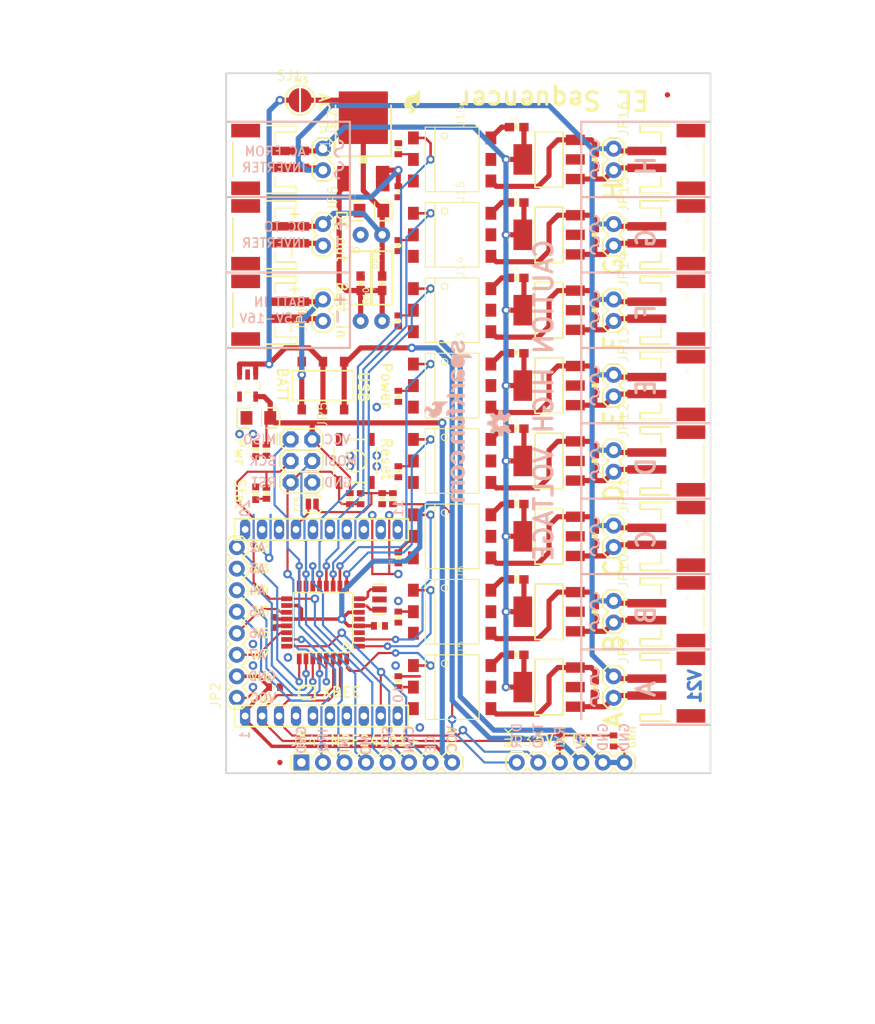
<source format=kicad_pcb>
(kicad_pcb (version 20211014) (generator pcbnew)
  (layers (0 "F.Cu" signal) (31 "B.Cu" signal) (34 "B.Paste" user) (35 "F.Paste" user) (36 "B.SilkS" user "B.Silkscreen") (37 "F.SilkS" user "F.Silkscreen") (38 "B.Mask" user) (39 "F.Mask" user) (44 "Edge.Cuts" user))
  (net 0 "")
  (net 1 "GND")
  (net 2 "N$4")
  (net 3 "VCC")
  (net 4 "RST")
  (net 5 "MOSI")
  (net 6 "SCK")
  (net 7 "MISO")
  (net 8 "N$14")
  (net 9 "EL_A")
  (net 10 "HV")
  (net 11 "EL_B")
  (net 12 "EL_C")
  (net 13 "EL_D")
  (net 14 "EL_E")
  (net 15 "EL_F")
  (net 16 "VBATT")
  (net 17 "DTR")
  (net 18 "RXI")
  (net 19 "TXO")
  (net 20 "EL_G")
  (net 21 "EL_H")
  (net 22 "IRQ")
  (net 23 "CSN")
  (net 24 "HVGND")
  (net 25 "RAW")
  (net 26 "ADC_2")
  (net 27 "ADC_3")
  (net 28 "ADC_4")
  (net 29 "ADC_5")
  (net 30 "ADC_6*")
  (net 31 "ADC_7*")
  (net 32 "N$1")
  (net 33 "N$6")
  (net 34 "N$117")
  (net 35 "N$7")
  (net 36 "N$11")
  (net 37 "N$21")
  (net 38 "INV")
  (net 39 "N$13")
  (net 40 "N$2")
  (net 41 "N$3")
  (net 42 "N$5")
  (net 43 "N$9")
  (net 44 "N$10")
  (net 45 "N$12")
  (net 46 "N$15")
  (net 47 "N$16")
  (net 48 "N$17")
  (net 49 "N$18")
  (net 50 "N$19")
  (net 51 "N$20")
  (net 52 "N$22")
  (net 53 "N$23")
  (net 54 "N$24")
  (net 55 "N$25")
  (net 56 "N$26")
  (net 57 "N$27")
  (net 58 "N$28")
  (net 59 "N$29")
  (net 60 "N$30")
  (net 61 "N$31")
  (net 62 "N$32")
  (net 63 "N$33")
  (net 64 "N$34")
  (net 65 "N$35")
  (net 66 "N$36")
  (net 67 "N$37")
  (net 68 "N$8")
  (net 69 "CE/SLEEP")
  (net 70 "FTDI_DTR")
  (net 71 "FTDI_RXI")
  (net 72 "5VUSB")
  (footprint "boardEagle:1X06" (layer "F.Cu") (at 154.2161 145.0086)
    (fp_text reference "JP3")
    (fp_text value "5V_FTDI")
  )
  (footprint "boardEagle:1X02" (layer "F.Cu") (at 165.6461 108.1786 -90)
    (fp_text reference "JP12")
    (fp_text value "")
  )
  (footprint "boardEagle:1X02" (layer "F.Cu") (at 131.3561 81.5086 -90)
    (fp_text reference "JP6")
    (fp_text value "")
  )
  (footprint "boardEagle:MICRO-FIDUCIAL" (layer "F.Cu") (at 126.2761 145.0086)
    (fp_text reference "U$4" hide)
    (fp_text value "FIDUCIALUFIDUCIAL" hide)
  )
  (footprint "boardEagle:1X02" (layer "F.Cu") (at 165.6461 125.9586 -90)
    (fp_text reference "JP10")
    (fp_text value "")
  )
  (footprint "boardEagle:DIP8SMD" (layer "F.Cu") (at 146.5961 82.7786 -90)
    (fp_text reference "U15")
    (fp_text value "MOC3063S")
  )
  (footprint "boardEagle:0402-RES" (layer "F.Cu") (at 140.2461 84.0486 90)
    (fp_text reference "R24")
    (fp_text value "390")
  )
  (footprint "boardEagle:0402-RES" (layer "F.Cu") (at 165.6461 142.4686 90)
    (fp_text reference "R4")
    (fp_text value "2K")
  )
  (footprint "boardEagle:SOT223" (layer "F.Cu") (at 158.0261 82.7786 90)
    (fp_text reference "U19")
    (fp_text value "Z0103MN")
  )
  (footprint "boardEagle:1X02" (layer "F.Cu") (at 131.3561 72.6186 -90)
    (fp_text reference "JP7")
    (fp_text value "")
  )
  (footprint "boardEagle:EIA3216" (layer "F.Cu") (at 137.0711 79.9211)
    (fp_text reference "C2")
    (fp_text value "10uF")
  )
  (footprint "boardEagle:STAND-OFF" (layer "F.Cu") (at 174.5361 143.7386)
    (fp_text reference "U$5" hide)
    (fp_text value "STAND-OFF" hide)
  )
  (footprint "boardEagle:SFE-LOGO-FLAME" (layer "F.Cu") (at 142.7861 65.6336 180)
    (fp_text reference "JP8" hide)
    (fp_text value "LOGO-SFESK" hide)
  )
  (footprint "boardEagle:1X02" (layer "F.Cu") (at 165.6461 134.8486 -90)
    (fp_text reference "JP9")
    (fp_text value "")
  )
  (footprint "boardEagle:JST-2-SMD" (layer "F.Cu") (at 173.2661 118.3386 -90)
    (fp_text reference "J6")
    (fp_text value "")
  )
  (footprint "boardEagle:SJ_2S-NO" (layer "F.Cu") (at 130.0861 114.5286)
    (fp_text reference "SJ2")
    (fp_text value "")
  )
  (footprint "boardEagle:0603-RES" (layer "F.Cu") (at 135.8011 88.4936 -90)
    (fp_text reference "R1")
    (fp_text value "390")
  )
  (footprint "boardEagle:1X02" (layer "F.Cu") (at 165.6461 99.2886 -90)
    (fp_text reference "JP13")
    (fp_text value "")
  )
  (footprint "boardEagle:DIP8SMD" (layer "F.Cu") (at 146.5961 109.4486 -90)
    (fp_text reference "U8")
    (fp_text value "MOC3063S")
  )
  (footprint "boardEagle:0402-RES" (layer "F.Cu") (at 124.6886 108.1786 90)
    (fp_text reference "R7")
    (fp_text value "1K")
  )
  (footprint "boardEagle:JST-2-SMD" (layer "F.Cu") (at 123.7361 73.8886 90)
    (fp_text reference "J3")
    (fp_text value "AC-INPUT")
  )
  (footprint "boardEagle:0603-RES" (layer "F.Cu") (at 163.4236 91.6686 -90)
    (fp_text reference "R29")
    (fp_text value "330")
  )
  (footprint "boardEagle:STAND-OFF" (layer "F.Cu") (at 174.5361 66.2686)
    (fp_text reference "U$8" hide)
    (fp_text value "STAND-OFF" hide)
  )
  (footprint "boardEagle:0603-RES" (layer "F.Cu") (at 154.2161 78.9686)
    (fp_text reference "R30")
    (fp_text value "330")
  )
  (footprint "boardEagle:SOT23-5" (layer "F.Cu") (at 122.4661 100.5586 180)
    (fp_text reference "U2")
    (fp_text value "MIC5219-3.3")
  )
  (footprint "boardEagle:CREATIVE_COMMONS" (layer "F.Cu") (at 113.5761 175.4886)
    (fp_text reference "FRAME1" hide)
    (fp_text value "FRAME-LETTER" hide)
  )
  (footprint "boardEagle:SOT223" (layer "F.Cu") (at 158.0261 127.2286 90)
    (fp_text reference "U10")
    (fp_text value "Z0103MN")
  )
  (footprint "boardEagle:SOT223" (layer "F.Cu") (at 158.0261 136.1186 90)
    (fp_text reference "U9")
    (fp_text value "Z0103MN")
  )
  (footprint "boardEagle:0603-RES" (layer "F.Cu") (at 154.2161 123.4186)
    (fp_text reference "R16")
    (fp_text value "330")
  )
  (footprint "boardEagle:JST-2-SMD" (layer "F.Cu") (at 123.7361 82.7786 90)
    (fp_text reference "J2")
    (fp_text value "DC-OUTPUT")
  )
  (footprint "boardEagle:TQFP32-08" (layer "F.Cu") (at 131.3561 128.4986 180)
    (fp_text reference "U3")
    (fp_text value "ATMEGA328P")
  )
  (footprint "boardEagle:DIP8SMD" (layer "F.Cu") (at 146.5961 73.8886 -90)
    (fp_text reference "U16")
    (fp_text value "MOC3063S")
  )
  (footprint "boardEagle:0402-RES" (layer "F.Cu") (at 124.6886 113.2586 90)
    (fp_text reference "R9")
    (fp_text value "1K")
  )
  (footprint "boardEagle:LED-0603" (layer "F.Cu") (at 123.4186 108.1786)
    (fp_text reference "LED1")
    (fp_text value "Power")
  )
  (footprint "boardEagle:LED-0603" (layer "F.Cu") (at 123.4186 113.2586)
    (fp_text reference "LED2")
    (fp_text value "Status")
  )
  (footprint "boardEagle:0603-RES" (layer "F.Cu") (at 154.2161 114.5286)
    (fp_text reference "R18")
    (fp_text value "330")
  )
  (footprint "boardEagle:0603-RES" (layer "F.Cu") (at 163.4236 100.5586 -90)
    (fp_text reference "R27")
    (fp_text value "330")
  )
  (footprint "boardEagle:JST-2-SMD" (layer "F.Cu") (at 123.7361 91.6686 90)
    (fp_text reference "J1")
    (fp_text value "Battery")
  )
  (footprint "boardEagle:EIA3216" (layer "F.Cu") (at 123.7361 104.3686)
    (fp_text reference "C3")
    (fp_text value "10uF")
  )
  (footprint "boardEagle:0402-RES" (layer "F.Cu") (at 140.2461 120.8786 90)
    (fp_text reference "R12")
    (fp_text value "390")
  )
  (footprint "boardEagle:V-REG_DPACK" (layer "F.Cu") (at 136.1186 71.3486)
    (fp_text reference "U1")
    (fp_text value "LM317")
  )
  (footprint "boardEagle:SJ_ROUND" (layer "F.Cu") (at 128.6542 66.9036)
    (fp_text reference "SJ1")
    (fp_text value "")
  )
  (footprint "boardEagle:0402-RES" (layer "F.Cu") (at 140.2461 110.7186 90)
    (fp_text reference "R13")
    (fp_text value "390")
  )
  (footprint "boardEagle:SOT223" (layer "F.Cu") (at 158.0261 109.4486 90)
    (fp_text reference "U12")
    (fp_text value "Z0103MN")
  )
  (footprint "boardEagle:0402-RES" (layer "F.Cu") (at 159.2961 142.4686 -90)
    (fp_text reference "R3")
    (fp_text value "1K")
  )
  (footprint "boardEagle:DIP8SMD" (layer "F.Cu") (at 146.5961 118.3386 -90)
    (fp_text reference "U7")
    (fp_text value "MOC3063S")
  )
  (footprint "boardEagle:0402-RES" (layer "F.Cu") (at 140.2461 127.8636 90)
    (fp_text reference "R11")
    (fp_text value "390")
  )
  (footprint "boardEagle:CREATIVE_COMMONS" (layer "F.Cu") (at 113.5761 175.4886)
    (fp_text reference "FRAME2" hide)
    (fp_text value "FRAME-LETTER" hide)
  )
  (footprint "boardEagle:0603-RES" (layer "F.Cu") (at 154.2161 105.6386)
    (fp_text reference "R20")
    (fp_text value "330")
  )
  (footprint "boardEagle:JST-2-SMD" (layer "F.Cu") (at 173.2661 109.4486 -90)
    (fp_text reference "J7")
    (fp_text value "")
  )
  (footprint "boardEagle:JST-2-SMD" (layer "F.Cu") (at 173.2661 91.6686 -90)
    (fp_text reference "J9")
    (fp_text value "")
  )
  (footprint "boardEagle:JST-2-SMD" (layer "F.Cu") (at 173.2661 136.1186 -90)
    (fp_text reference "J4")
    (fp_text value "")
  )
  (footprint "boardEagle:SOT223" (layer "F.Cu") (at 158.0261 91.6686 90)
    (fp_text reference "U18")
    (fp_text value "Z0103MN")
  )
  (footprint "boardEagle:0402-CAP" (layer "F.Cu") (at 140.2461 77.6986 -90)
    (fp_text reference "C1")
    (fp_text value "0.1uF")
  )
  (footprint "boardEagle:0402-CAP" (layer "F.Cu") (at 135.8011 113.8936 -90)
    (fp_text reference "C5")
    (fp_text value "0.1uF")
  )
  (footprint "boardEagle:0603-RES" (layer "F.Cu") (at 163.4236 136.1186 -90)
    (fp_text reference "R15")
    (fp_text value "330")
  )
  (footprint "boardEagle:2X3" (layer "F.Cu") (at 127.5461 106.9086 -90)
    (fp_text reference "JP5")
    (fp_text value "PROG")
  )
  (footprint "boardEagle:0603-RES" (layer "F.Cu") (at 163.4236 127.2286 -90)
    (fp_text reference "R17")
    (fp_text value "330")
  )
  (footprint "boardEagle:0603-RES" (layer "F.Cu") (at 138.3411 88.4936 90)
    (fp_text reference "R2")
    (fp_text value "240")
  )
  (footprint "boardEagle:0402-CAP" (layer "F.Cu") (at 138.0236 128.8986)
    (fp_text reference "C4")
    (fp_text value "0.1uF")
  )
  (footprint "boardEagle:JST-2-SMD" (layer "F.Cu") (at 173.2661 100.5586 -90)
    (fp_text reference "J8")
    (fp_text value "")
  )
  (footprint "boardEagle:DIP8SMD" (layer "F.Cu") (at 146.5961 136.1186 -90)
    (fp_text reference "U5")
    (fp_text value "MOC3063S")
  )
  (footprint "boardEagle:1X02" (layer "F.Cu") (at 165.6461 81.5086 -90)
    (fp_text reference "JP15")
    (fp_text value "")
  )
  (footprint "boardEagle:STAND-OFF" (layer "F.Cu") (at 122.4661 66.2686)
    (fp_text reference "U$6" hide)
    (fp_text value "STAND-OFF" hide)
  )
  (footprint "boardEagle:SOT223" (layer "F.Cu") (at 158.0261 73.8886 90)
    (fp_text reference "U20")
    (fp_text value "Z0103MN")
  )
  (footprint "boardEagle:AYZ0202" (layer "F.Cu") (at 131.3561 100.5586)
    (fp_text reference "S1")
    (fp_text value "POWER")
  )
  (footprint "boardEagle:1X02" (layer "F.Cu") (at 165.6461 72.6186 -90)
    (fp_text reference "JP16")
    (fp_text value "")
  )
  (footprint "boardEagle:SOT223" (layer "F.Cu") (at 158.0261 100.5586 90)
    (fp_text reference "U17")
    (fp_text value "Z0103MN")
  )
  (footprint "boardEagle:AXIAL-0.4" (layer "F.Cu") (at 135.8011 87.8586 -90)
    (fp_text reference "RB0")
    (fp_text value "B")
  )
  (footprint "boardEagle:0603-RES" (layer "F.Cu") (at 163.4236 73.8886 -90)
    (fp_text reference "R33")
    (fp_text value "330")
  )
  (footprint "boardEagle:STAND-OFF" (layer "F.Cu") (at 122.4661 143.7386)
    (fp_text reference "U$7" hide)
    (fp_text value "STAND-OFF" hide)
  )
  (footprint "boardEagle:DIP8SMD" (layer "F.Cu") (at 146.5961 127.2286 -90)
    (fp_text reference "U6")
    (fp_text value "MOC3063S")
  )
  (footprint "boardEagle:1X02" (layer "F.Cu") (at 165.6461 117.0686 -90)
    (fp_text reference "JP11")
    (fp_text value "")
  )
  (footprint "boardEagle:0402-RES" (layer "F.Cu") (at 139.6111 113.8936 -90)
    (fp_text reference "R5")
    (fp_text value "1K")
  )
  (footprint "boardEagle:0402-RES" (layer "F.Cu") (at 138.3411 113.8936 90)
    (fp_text reference "R6")
    (fp_text value "2K")
  )
  (footprint "boardEagle:SOT223" (layer "F.Cu") (at 158.0261 118.3386 90)
    (fp_text reference "U11")
    (fp_text value "Z0103MN")
  )
  (footprint "boardEagle:0402-RES" (layer "F.Cu") (at 140.2461 92.9386 90)
    (fp_text reference "R23")
    (fp_text value "390")
  )
  (footprint "boardEagle:RESONATOR-SMD" (layer "F.Cu") (at 138.0236 125.7811 90)
    (fp_text reference "Y1")
    (fp_text value "8MHz")
  )
  (footprint "boardEagle:0603-RES" (layer "F.Cu") (at 154.2161 132.3086)
    (fp_text reference "R14")
    (fp_text value "330")
  )
  (footprint "boardEagle:1X08_ROUND" (layer "F.Cu") (at 121.1961 137.3886 90)
    (fp_text reference "JP2")
    (fp_text value "I/O")
  )
  (footprint "boardEagle:0603-RES" (layer "F.Cu") (at 154.2161 87.8586)
    (fp_text reference "R28")
    (fp_text value "330")
  )
  (footprint "boardEagle:0603-RES" (layer "F.Cu") (at 163.4236 82.7786 -90)
    (fp_text reference "R31")
    (fp_text value "330")
  )
  (footprint "boardEagle:0603-RES" (layer "F.Cu") (at 163.4236 109.4486 -90)
    (fp_text reference "R21")
    (fp_text value "330")
  )
  (footprint "boardEagle:0402-RES" (layer "F.Cu") (at 140.2461 135.4836 -90)
    (fp_text reference "R10")
    (fp_text value "390")
  )
  (footprint "boardEagle:XBEE-LONGPAD" (layer "F.Cu") (at 142.1761 128.5286 90)
    (fp_text reference "U4-DNP0")
    (fp_text value "XBEE HEADER")
  )
  (footprint "boardEagle:0402-RES" (layer "F.Cu") (at 140.2461 72.6186 -90)
    (fp_text reference "R25")
    (fp_text value "390")
  )
  (footprint "boardEagle:0402-CAP" (layer "F.Cu") (at 125.6411 136.1186)
    (fp_text reference "C7")
    (fp_text value "0.1uF")
  )
  (footprint "boardEagle:0402-RES" (layer "F.Cu") (at 134.5311 113.8936 90)
    (fp_text reference "R8")
    (fp_text value "10K")
  )
  (footprint "boardEagle:DIP8SMD" (layer "F.Cu") (at 146.5961 91.6686 -90)
    (fp_text reference "U14")
    (fp_text value "MOC3063S")
  )
  (footprint "boardEagle:AXIAL-0.4" (layer "F.Cu") (at 138.3411 87.8586 90)
    (fp_text reference "RA0")
    (fp_text value "A")
  )
  (footprint "boardEagle:1X08" (layer "F.Cu") (at 128.8161 145.0086)
    (fp_text reference "JP4")
    (fp_text value "nRF24L01")
  )
  (footprint "boardEagle:MICRO-FIDUCIAL" (layer "F.Cu") (at 171.9961 66.2686)
    (fp_text reference "U$3" hide)
    (fp_text value "FIDUCIALUFIDUCIAL" hide)
  )
  (footprint "boardEagle:JST-2-SMD" (layer "F.Cu") (at 173.2661 127.2286 -90)
    (fp_text reference "J5")
    (fp_text value "")
  )
  (footprint "boardEagle:0603-RES" (layer "F.Cu") (at 154.2161 70.0786)
    (fp_text reference "R32")
    (fp_text value "330")
  )
  (footprint "boardEagle:0402-CAP" (layer "F.Cu") (at 125.6411 128.4986 -90)
    (fp_text reference "C6")
    (fp_text value "0.1uF")
  )
  (footprint "boardEagle:JST-2-SMD" (layer "F.Cu") (at 173.2661 73.8886 -90)
    (fp_text reference "J11")
    (fp_text value "")
  )
  (footprint "boardEagle:TACTILE_SWITCH_SMD" (layer "F.Cu") (at 135.1661 109.4486 90)
    (fp_text reference "S2")
    (fp_text value "RESET")
  )
  (footprint "boardEagle:DIP8SMD" (layer "F.Cu") (at 146.5961 100.5586 -90)
    (fp_text reference "U13")
    (fp_text value "MOC3063S")
  )
  (footprint "boardEagle:1X02" (layer "F.Cu") (at 131.3561 92.9386 90)
    (fp_text reference "JP1")
    (fp_text value "")
  )
  (footprint "boardEagle:0603-RES" (layer "F.Cu") (at 154.2161 96.7486)
    (fp_text reference "R26")
    (fp_text value "330")
  )
  (footprint "boardEagle:0603-RES" (layer "F.Cu") (at 163.4236 118.3386 -90)
    (fp_text reference "R19")
    (fp_text value "330")
  )
  (footprint "boardEagle:1X02" (layer "F.Cu") (at 165.6461 90.3986 -90)
    (fp_text reference "JP14")
    (fp_text value "")
  )
  (footprint "boardEagle:JST-2-SMD" (layer "F.Cu") (at 173.2661 82.7786 -90)
    (fp_text reference "J10")
    (fp_text value "")
  )
  (footprint "boardEagle:0402-RES" (layer "F.Cu") (at 140.2461 101.8286 90)
    (fp_text reference "R22")
    (fp_text value "390")
  )
  (footprint "boardEagle:OSHW-LOGO-S" (layer "B.Cu") (at 152.3111 105.0036 -90)
    (fp_text reference "U$1" hide)
    (fp_text value "OSHW-LOGOS" hide)
  )
  (footprint "boardEagle:SFE-NEW-WEBLOGO" (layer "B.Cu") (at 149.0091 95.2246 -90)
    (fp_text reference "U$2" hide)
    (fp_text value "LOGO-SFENEW" hide)
  )
  (gr_arc (start 133.2611 74.2061) (mid 133.73735 74.68235) (end 133.2611 75.1586) (layer "B.SilkS") (width 0.254))
  (gr_arc (start 163.4236 74.2061) (mid 163.89985 74.68235) (end 163.4236 75.1586) (layer "B.SilkS") (width 0.254))
  (gr_arc (start 163.4236 71.6661) (mid 163.89985 72.14235) (end 163.4236 72.6186) (layer "B.SilkS") (width 0.254))
  (gr_arc (start 163.4236 98.3361) (mid 163.89985 98.81235) (end 163.4236 99.2886) (layer "B.SilkS") (width 0.254))
  (gr_arc (start 163.4236 126.9111) (mid 162.94735 126.43485) (end 163.4236 125.9586) (layer "B.SilkS") (width 0.254))
  (gr_arc (start 163.4236 73.5711) (mid 162.94735 73.09485) (end 163.4236 72.6186) (layer "B.SilkS") (width 0.254))
  (gr_arc (start 163.4236 102.7811) (mid 162.94735 102.30485) (end 163.4236 101.8286) (layer "B.SilkS") (width 0.254))
  (gr_line (start 161.8361 122.7836) (end 161.8361 131.6736) (layer "B.SilkS") (width 0.254))
  (gr_arc (start 163.4236 135.8011) (mid 162.94735 135.32485) (end 163.4236 134.8486) (layer "B.SilkS") (width 0.254))
  (gr_line (start 134.5311 87.2236) (end 119.9261 87.2236) (layer "B.SilkS") (width 0.254))
  (gr_line (start 134.5311 96.1136) (end 119.9261 96.1136) (layer "B.SilkS") (width 0.254))
  (gr_arc (start 163.4236 109.1311) (mid 162.94735 108.65485) (end 163.4236 108.1786) (layer "B.SilkS") (width 0.254))
  (gr_line (start 161.8361 113.8936) (end 177.0761 113.8936) (layer "B.SilkS") (width 0.254))
  (gr_arc (start 163.4236 133.8961) (mid 163.89985 134.37235) (end 163.4236 134.8486) (layer "B.SilkS") (width 0.254))
  (gr_line (start 161.8361 105.0036) (end 177.0761 105.0036) (layer "B.SilkS") (width 0.254))
  (gr_arc (start 163.4236 82.4611) (mid 162.94735 81.98485) (end 163.4236 81.5086) (layer "B.SilkS") (width 0.254))
  (gr_arc (start 163.4236 111.6711) (mid 162.94735 111.19485) (end 163.4236 110.7186) (layer "B.SilkS") (width 0.254))
  (gr_arc (start 133.2611 76.1111) (mid 132.78485 75.63485) (end 133.2611 75.1586) (layer "B.SilkS") (width 0.254))
  (gr_line (start 134.5311 78.3336) (end 134.5311 87.2236) (layer "B.SilkS") (width 0.254))
  (gr_line (start 161.8361 96.1136) (end 177.0761 96.1136) (layer "B.SilkS") (width 0.254))
  (gr_line (start 119.9261 78.3336) (end 134.5311 78.3336) (layer "B.SilkS") (width 0.254))
  (gr_arc (start 163.4236 80.5561) (mid 163.89985 81.03235) (end 163.4236 81.5086) (layer "B.SilkS") (width 0.254))
  (gr_arc (start 133.2611 73.5711) (mid 132.78485 73.09485) (end 133.2611 72.6186) (layer "B.SilkS") (width 0.254))
  (gr_arc (start 163.4236 85.0011) (mid 162.94735 84.52485) (end 163.4236 84.0486) (layer "B.SilkS") (width 0.254))
  (gr_arc (start 163.4236 100.8761) (mid 163.89985 101.35235) (end 163.4236 101.8286) (layer "B.SilkS") (width 0.254))
  (gr_line (start 161.8361 87.2236) (end 161.8361 96.1136) (layer "B.SilkS") (width 0.254))
  (gr_line (start 161.8361 113.8936) (end 161.8361 122.7836) (layer "B.SilkS") (width 0.254))
  (gr_arc (start 163.4236 120.5611) (mid 162.94735 120.08485) (end 163.4236 119.6086) (layer "B.SilkS") (width 0.254))
  (gr_line (start 161.8361 78.3336) (end 161.8361 69.4436) (layer "B.SilkS") (width 0.254))
  (gr_line (start 134.5311 78.3336) (end 134.5311 69.4436) (layer "B.SilkS") (width 0.254))
  (gr_line (start 161.8361 69.4436) (end 177.0761 69.4436) (layer "B.SilkS") (width 0.254))
  (gr_arc (start 163.4236 127.5461) (mid 163.89985 128.02235) (end 163.4236 128.4986) (layer "B.SilkS") (width 0.254))
  (gr_line (start 161.8361 113.2586) (end 161.8361 113.8936) (layer "B.SilkS") (width 0.254))
  (gr_arc (start 163.4236 125.0061) (mid 163.89985 125.48235) (end 163.4236 125.9586) (layer "B.SilkS") (width 0.254))
  (gr_arc (start 163.4236 107.2261) (mid 163.89985 107.70235) (end 163.4236 108.1786) (layer "B.SilkS") (width 0.254))
  (gr_arc (start 163.4236 118.0211) (mid 162.94735 117.54485) (end 163.4236 117.0686) (layer "B.SilkS") (width 0.254))
  (gr_line (start 161.8361 96.1136) (end 161.8361 105.0036) (layer "B.SilkS") (width 0.254))
  (gr_arc (start 163.4236 118.6561) (mid 163.89985 119.13235) (end 163.4236 119.6086) (layer "B.SilkS") (width 0.254))
  (gr_arc (start 163.4236 136.4361) (mid 163.89985 136.91235) (end 163.4236 137.3886) (layer "B.SilkS") (width 0.254))
  (gr_arc (start 163.4236 91.9861) (mid 163.89985 92.46235) (end 163.4236 92.9386) (layer "B.SilkS") (width 0.254))
  (gr_arc (start 163.4236 83.0961) (mid 163.89985 83.57235) (end 163.4236 84.0486) (layer "B.SilkS") (width 0.254))
  (gr_arc (start 133.2611 71.6661) (mid 133.73735 72.14235) (end 133.2611 72.6186) (layer "B.SilkS") (width 0.254))
  (gr_line (start 161.8361 105.0036) (end 161.8361 113.2586) (layer "B.SilkS") (width 0.254))
  (gr_arc (start 163.4236 89.4461) (mid 163.89985 89.92235) (end 163.4236 90.3986) (layer "B.SilkS") (width 0.254))
  (gr_line (start 161.8361 131.6736) (end 177.0761 131.6736) (layer "B.SilkS") (width 0.254))
  (gr_line (start 161.8361 87.2236) (end 177.0761 87.2236) (layer "B.SilkS") (width 0.254))
  (gr_line (start 177.0761 78.3336) (end 161.8361 78.3336) (layer "B.SilkS") (width 0.254))
  (gr_line (start 134.5311 87.2236) (end 134.5311 96.1136) (layer "B.SilkS") (width 0.254))
  (gr_arc (start 163.4236 138.3411) (mid 162.94735 137.86485) (end 163.4236 137.3886) (layer "B.SilkS") (width 0.254))
  (gr_line (start 134.5311 69.4436) (end 119.9261 69.4436) (layer "B.SilkS") (width 0.254))
  (gr_arc (start 163.4236 109.7661) (mid 163.89985 110.24235) (end 163.4236 110.7186) (layer "B.SilkS") (width 0.254))
  (gr_line (start 161.8361 78.3336) (end 161.8361 87.2236) (layer "B.SilkS") (width 0.254))
  (gr_line (start 177.0761 140.5636) (end 168.8211 140.5636) (layer "B.SilkS") (width 0.254))
  (gr_arc (start 163.4236 93.8911) (mid 162.94735 93.41485) (end 163.4236 92.9386) (layer "B.SilkS") (width 0.254))
  (gr_arc (start 163.4236 116.1161) (mid 163.89985 116.59235) (end 163.4236 117.0686) (layer "B.SilkS") (width 0.254))
  (gr_line (start 161.8361 131.6736) (end 161.8361 139.9286) (layer "B.SilkS") (width 0.254))
  (gr_arc (start 163.4236 100.2411) (mid 162.94735 99.76485) (end 163.4236 99.2886) (layer "B.SilkS") (width 0.254))
  (gr_arc (start 163.4236 129.4511) (mid 162.94735 128.97485) (end 163.4236 128.4986) (layer "B.SilkS") (width 0.254))
  (gr_line (start 161.8361 122.7836) (end 177.0761 122.7836) (layer "B.SilkS") (width 0.254))
  (gr_arc (start 163.4236 76.1111) (mid 162.94735 75.63485) (end 163.4236 75.1586) (layer "B.SilkS") (width 0.254))
  (gr_arc (start 163.4236 91.3511) (mid 162.94735 90.87485) (end 163.4236 90.3986) (layer "B.SilkS") (width 0.254))
  (gr_line (start 128.4986 137.0711) (end 128.4986 136.4361) (layer "F.SilkS") (width 0.254))
  (gr_line (start 130.4036 135.95985) (end 130.4036 137.54735) (layer "F.SilkS") (width 0.254))
  (gr_line (start 128.97485 135.95985) (end 130.4036 135.95985) (layer "F.SilkS") (width 0.254))
  (gr_line (start 128.97485 137.54735) (end 128.4986 137.0711) (layer "F.SilkS") (width 0.254))
  (gr_line (start 130.4036 137.54735) (end 128.97485 137.54735) (layer "F.SilkS") (width 0.254))
  (gr_line (start 128.4986 136.4361) (end 128.97485 135.95985) (layer "F.SilkS") (width 0.254))
  (gr_line (start 177.0761 63.7286) (end 177.0761 146.2786) (layer "Edge.Cuts") (width 0.2032))
  (gr_line (start 177.0761 146.2786) (end 119.9261 146.2786) (layer "Edge.Cuts") (width 0.2032))
  (gr_line (start 119.9261 146.2786) (end 119.9261 63.7286) (layer "Edge.Cuts") (width 0.2032))
  (gr_line (start 119.9261 63.7286) (end 177.0761 63.7286) (layer "Edge.Cuts") (width 0.2032))
  (gr_text "V21" (at 176.0601 133.8326 -270) (layer "B.Cu") (effects (font (size 1.4224 1.4224) (thickness 0.3556)) (justify left bottom mirror)))
  (gr_text "10" (at 140.8811 135.8011 -270) (layer "B.SilkS") (effects (font (size 1.0795 1.0795) (thickness 0.1905)) (justify left bottom mirror)))
  (gr_text "G" (at 170.7261 81.8261 -270) (layer "B.SilkS") (effects (font (size 2.159 2.159) (thickness 0.381)) (justify left bottom mirror)))
  (gr_text "D" (at 170.7261 108.8136 -270) (layer "B.SilkS") (effects (font (size 2.159 2.159) (thickness 0.381)) (justify left bottom mirror)))
  (gr_text "A3" (at 124.6886 122.7836) (layer "B.SilkS") (effects (font (size 1.0795 1.0795) (thickness 0.1905)) (justify left bottom mirror)))
  (gr_text "DC TO" (at 129.4511 82.4611) (layer "B.SilkS") (effects (font (size 1.0795 1.0795) (thickness 0.1905)) (justify left bottom mirror)))
  (gr_text "INVERTER" (at 129.4511 75.4761) (layer "B.SilkS") (effects (font (size 1.0795 1.0795) (thickness 0.1905)) (justify left bottom mirror)))
  (gr_text "DTR" (at 154.8511 140.2461 -270) (layer "B.SilkS") (effects (font (size 1.0795 1.0795) (thickness 0.1905)) (justify left bottom mirror)))
  (gr_text "AC FROM" (at 129.4511 73.5711) (layer "B.SilkS") (effects (font (size 1.0795 1.0795) (thickness 0.1905)) (justify left bottom mirror)))
  (gr_text "+" (at 132.3086 89.4461) (layer "B.SilkS") (effects (font (size 1.5113 1.5113) (thickness 0.2667)) (justify right top mirror)))
  (gr_text "5V" (at 162.4711 141.35735 -270) (layer "B.SilkS") (effects (font (size 1.0795 1.0795) (thickness 0.1905)) (justify left bottom mirror)))
  (gr_text "SCK" (at 125.9586 110.0836) (layer "B.SilkS") (effects (font (size 1.0795 1.0795) (thickness 0.1905)) (justify left bottom mirror)))
  (gr_text "3.5V-16V" (at 129.4511 93.2561) (layer "B.SilkS") (effects (font (size 1.0795 1.0795) (thickness 0.1905)) (justify left bottom mirror)))
  (gr_text "+" (at 132.3086 80.5561) (layer "B.SilkS") (effects (font (size 1.5113 1.5113) (thickness 0.2667)) (justify right top mirror)))
  (gr_text "A5" (at 124.6886 127.8636) (layer "B.SilkS") (effects (font (size 1.0795 1.0795) (thickness 0.1905)) (justify left bottom mirror)))
  (gr_text "GND" (at 129.4511 140.5636 -270) (layer "B.SilkS") (effects (font (size 1.0795 1.0795) (thickness 0.1905)) (justify left bottom mirror)))
  (gr_text "A2" (at 124.6886 120.2436) (layer "B.SilkS") (effects (font (size 1.0795 1.0795) (thickness 0.1905)) (justify left bottom mirror)))
  (gr_text "B" (at 170.7261 126.2761 -270) (layer "B.SilkS") (effects (font (size 2.159 2.159) (thickness 0.381)) (justify left bottom mirror)))
  (gr_text "GND" (at 131.3561 111.3536) (layer "B.SilkS") (effects (font (size 1.0795 1.0795) (thickness 0.1905)) (justify right top mirror)))
  (gr_text "E" (at 170.7261 99.6061 -270) (layer "B.SilkS") (effects (font (size 2.159 2.159) (thickness 0.381)) (justify left bottom mirror)))
  (gr_text "TXO" (at 157.3911 140.2461 -270) (layer "B.SilkS") (effects (font (size 1.0795 1.0795) (thickness 0.1905)) (justify left bottom mirror)))
  (gr_text "A4" (at 124.6886 125.3236) (layer "B.SilkS") (effects (font (size 1.0795 1.0795) (thickness 0.1905)) (justify left bottom mirror)))
  (gr_text "CAUTION HIGH VOLTAGE" (at 158.6611 83.0961 -270) (layer "B.SilkS") (effects (font (size 2.159 2.159) (thickness 0.381)) (justify left bottom mirror)))
  (gr_text "A" (at 170.7261 135.1661 -270) (layer "B.SilkS") (effects (font (size 2.159 2.159) (thickness 0.381)) (justify left bottom mirror)))
  (gr_text "INVERTER" (at 129.4511 84.3661) (layer "B.SilkS") (effects (font (size 1.0795 1.0795) (thickness 0.1905)) (justify left bottom mirror)))
  (gr_text "MISO" (at 125.9586 107.5436) (layer "B.SilkS") (effects (font (size 1.0795 1.0795) (thickness 0.1905)) (justify left bottom mirror)))
  (gr_text "GND" (at 167.5511 140.2461 -270) (layer "B.SilkS") (effects (font (size 1.0795 1.0795) (thickness 0.1905)) (justify left bottom mirror)))
  (gr_text "IRQ" (at 131.9911 140.8811 -270) (layer "B.SilkS") (effects (font (size 1.0795 1.0795) (thickness 0.1905)) (justify left bottom mirror)))
  (gr_text "-" (at 132.3086 93.5736 -90) (layer "B.SilkS") (effects (font (size 1.5113 1.5113) (thickness 0.2667)) (justify left bottom mirror)))
  (gr_text "20" (at 122.7836 113.8936 -270) (layer "B.SilkS") (effects (font (size 1.0795 1.0795) (thickness 0.1905)) (justify left bottom mirror)))
  (gr_text "F" (at 170.7261 90.7161 -270) (layer "B.SilkS") (effects (font (size 2.159 2.159) (thickness 0.381)) (justify left bottom mirror)))
  (gr_text "A6" (at 124.6886 130.4036) (layer "B.SilkS") (effects (font (size 1.0795 1.0795) (thickness 0.1905)) (justify left bottom mirror)))
  (gr_text "MO" (at 137.0711 141.67485 -270) (layer "B.SilkS") (effects (font (size 1.0795 1.0795) (thickness 0.1905)) (justify left bottom mirror)))
  (gr_text "1" (at 122.7836 141.1986 -270) (layer "B.SilkS") (effects (font (size 1.0795 1.0795) (thickness 0.1905)) (justify left bottom mirror)))
  (gr_text "H" (at 170.7261 73.2536 -270) (layer "B.SilkS") (effects (font (size 2.159 2.159) (thickness 0.381)) (justify left bottom mirror)))
  (gr_text "C" (at 170.7261 117.3861 -270) (layer "B.SilkS") (effects (font (size 2.159 2.159) (thickness 0.381)) (justify left bottom mirror)))
  (gr_text "BATT IN" (at 129.4511 91.3511) (layer "B.SilkS") (effects (font (size 1.0795 1.0795) (thickness 0.1905)) (justify left bottom mirror)))
  (gr_text "MI" (at 134.5311 141.99235 -270) (layer "B.SilkS") (effects (font (size 1.0795 1.0795) (thickness 0.1905)) (justify left bottom mirror)))
  (gr_text "VCC" (at 125.9586 138.0236) (layer "B.SilkS") (effects (font (size 1.0795 1.0795) (thickness 0.1905)) (justify left bottom mirror)))
  (gr_text "11" (at 140.8811 113.8936 -270) (layer "B.SilkS") (effects (font (size 1.0795 1.0795) (thickness 0.1905)) (justify left bottom mirror)))
  (gr_text "CSN" (at 142.1511 140.5636 -270) (layer "B.SilkS") (effects (font (size 1.0795 1.0795) (thickness 0.1905)) (justify left bottom mirror)))
  (gr_text "GND" (at 125.9586 135.4836) (layer "B.SilkS") (effects (font (size 1.0795 1.0795) (thickness 0.1905)) (justify left bottom mirror)))
  (gr_text "GND" (at 165.0111 140.2461 -270) (layer "B.SilkS") (effects (font (size 1.0795 1.0795) (thickness 0.1905)) (justify left bottom mirror)))
  (gr_text "SCK" (at 139.6111 140.5636 -270) (layer "B.SilkS") (effects (font (size 1.0795 1.0795) (thickness 0.1905)) (justify left bottom mirror)))
  (gr_text "VCC" (at 147.2311 140.5636 -270) (layer "B.SilkS") (effects (font (size 1.0795 1.0795) (thickness 0.1905)) (justify left bottom mirror)))
  (gr_text "RST" (at 125.9586 112.6236) (layer "B.SilkS") (effects (font (size 1.0795 1.0795) (thickness 0.1905)) (justify left bottom mirror)))
  (gr_text "VCC" (at 131.3561 106.2736) (layer "B.SilkS") (effects (font (size 1.0795 1.0795) (thickness 0.1905)) (justify right top mirror)))
  (gr_text "-" (at 132.3086 84.6836 -90) (layer "B.SilkS") (effects (font (size 1.5113 1.5113) (thickness 0.2667)) (justify left bottom mirror)))
  (gr_text "A7" (at 124.6886 132.9436) (layer "B.SilkS") (effects (font (size 1.0795 1.0795) (thickness 0.1905)) (justify left bottom mirror)))
  (gr_text "CE" (at 144.6911 141.67485 -270) (layer "B.SilkS") (effects (font (size 1.0795 1.0795) (thickness 0.1905)) (justify left bottom mirror)))
  (gr_text "RXI" (at 159.9311 140.5636 -270) (layer "B.SilkS") (effects (font (size 1.0795 1.0795) (thickness 0.1905)) (justify left bottom mirror)))
  (gr_text "MOSI" (at 131.3561 108.8136) (layer "B.SilkS") (effects (font (size 1.0795 1.0795) (thickness 0.1905)) (justify right top mirror)))
  (gr_text "D" (at 166.9161 114.5286 90) (layer "F.SilkS") (effects (font (size 2.159 2.159) (thickness 0.381)) (justify left bottom)))
  (gr_text "BATT" (at 125.8951 98.2726 270) (layer "F.SilkS") (effects (font (size 1.20904 1.20904) (thickness 0.21336)) (justify left bottom)))
  (gr_text "+" (at 127.0381 89.8906) (layer "F.SilkS") (effects (font (size 1.2954 1.2954) (thickness 0.2286)) (justify left bottom)))
  (gr_text "NRF24L01+" (at 132.0546 143.1671) (layer "F.SilkS") (effects (font (size 1.20904 1.20904) (thickness 0.21336)) (justify left bottom)))
  (gr_text "in" (at 132.84835 93.22435 270) (layer "F.SilkS") (effects (font (size 1.20904 1.20904) (thickness 0.21336)) (justify left bottom)))
  (gr_text "A2" (at 122.9741 120.2436) (layer "F.SilkS") (effects (font (size 1.0795 1.0795) (thickness 0.1905)) (justify left bottom)))
  (gr_text "GND" (at 129.29235 143.4211 90) (layer "F.SilkS") (effects (font (size 0.8636 0.8636) (thickness 0.1524)) (justify left bottom)))
  (gr_text "SJ2" (at 127.8636 113.5761 270) (layer "F.SilkS") (effects (font (size 0.69088 0.69088) (thickness 0.12192)) (justify left bottom)))
  (gr_text "Reset" (at 138.1506 106.5911 270) (layer "F.SilkS") (effects (font (size 1.20904 1.20904) (thickness 0.21336)) (justify left bottom)))
  (gr_text "GRN" (at 168.34485 143.4211 90) (layer "F.SilkS") (effects (font (size 0.8636 0.8636) (thickness 0.1524)) (justify left bottom)))
  (gr_text "A5" (at 122.9741 127.8636) (layer "F.SilkS") (effects (font (size 1.0795 1.0795) (thickness 0.1905)) (justify left bottom)))
  (gr_text "C" (at 166.9161 123.4186 90) (layer "F.SilkS") (effects (font (size 2.159 2.159) (thickness 0.381)) (justify left bottom)))
  (gr_text "EL" (at 170.0911 65.6336 180) (layer "F.SilkS") (effects (font (size 2.159 2.159) (thickness 0.381)) (justify left bottom)))
  (gr_text "+" (at 127.0381 81.0006) (layer "F.SilkS") (effects (font (size 1.2954 1.2954) (thickness 0.2286)) (justify left bottom)))
  (gr_text "G" (at 166.9161 87.8586 90) (layer "F.SilkS") (effects (font (size 2.159 2.159) (thickness 0.381)) (justify left bottom)))
  (gr_text "GND" (at 122.7836 138.0236) (layer "F.SilkS") (effects (font (size 0.8636 0.8636) (thickness 0.1524)) (justify left bottom)))
  (gr_text "SJ1" (at 129.7686 64.0461 180) (layer "F.SilkS") (effects (font (size 0.69088 0.69088) (thickness 0.12192)) (justify left bottom)))
  (gr_text "A3" (at 122.9741 122.7836) (layer "F.SilkS") (effects (font (size 1.0795 1.0795) (thickness 0.1905)) (justify left bottom)))
  (gr_text "A7" (at 122.9741 132.9436) (layer "F.SilkS") (effects (font (size 1.0795 1.0795) (thickness 0.1905)) (justify left bottom)))
  (gr_text "H" (at 166.9161 78.9686 90) (layer "F.SilkS") (effects (font (size 2.159 2.159) (thickness 0.381)) (justify left bottom)))
  (gr_text "A" (at 166.9161 141.1986 90) (layer "F.SilkS") (effects (font (size 2.159 2.159) (thickness 0.381)) (justify left bottom)))
  (gr_text "DC" (at 132.84835 79.7306 270) (layer "F.SilkS") (effects (font (size 1.20904 1.20904) (thickness 0.21336)) (justify left bottom)))
  (gr_text "Sequencer" (at 164.3761 65.6336 180) (layer "F.SilkS") (effects (font (size 2.159 2.159) (thickness 0.381)) (justify left bottom)))
  (gr_text "VCC" (at 147.13585 143.4211 90) (layer "F.SilkS") (effects (font (size 0.8636 0.8636) (thickness 0.1524)) (justify left bottom)))
  (gr_text "F" (at 166.9161 96.7486 90) (layer "F.SilkS") (effects (font (size 2.159 2.159) (thickness 0.381)) (justify left bottom)))
  (gr_text "-" (at 128.3081 94.5896 90) (layer "F.SilkS") (effects (font (size 1.2954 1.2954) (thickness 0.2286)) (justify left bottom)))
  (gr_text "Stat" (at 120.8786 111.3536 270) (layer "F.SilkS") (effects (font (size 1.20904 1.20904) (thickness 0.21336)) (justify left bottom)))
  (gr_text "Batt" (at 132.84835 88.14435 270) (layer "F.SilkS") (effects (font (size 1.20904 1.20904) (thickness 0.21336)) (justify left bottom)))
  (gr_text "XBEE" (at 131.1021 137.4521) (layer "F.SilkS") (effects (font (size 1.20904 1.20904) (thickness 0.21336)) (justify left bottom)))
  (gr_text "VCC" (at 122.7836 135.4836) (layer "F.SilkS") (effects (font (size 0.8636 0.8636) (thickness 0.1524)) (justify left bottom)))
  (gr_text "in" (at 130.7846 69.09435 270) (layer "F.SilkS") (effects (font (size 1.20904 1.20904) (thickness 0.21336)) (justify left bottom)))
  (gr_text "BLK" (at 153.80335 143.4211 90) (layer "F.SilkS") (effects (font (size 0.8636 0.8636) (thickness 0.1524)) (justify left bottom)))
  (gr_text "USB" (at 135.4201 98.7806 270) (layer "F.SilkS") (effects (font (size 1.20904 1.20904) (thickness 0.21336)) (justify left bottom)))
  (gr_text "AC" (at 130.7846 65.91935 270) (layer "F.SilkS") (effects (font (size 1.20904 1.20904) (thickness 0.21336)) (justify left bottom)))
  (gr_text "out" (at 132.84835 82.9056 270) (layer "F.SilkS") (effects (font (size 1.20904 1.20904) (thickness 0.21336)) (justify left bottom)))
  (gr_text "5V FTDI" (at 156.2481 142.9766) (layer "F.SilkS") (effects (font (size 1.20904 1.20904) (thickness 0.21336)) (justify left bottom)))
  (gr_text "A6" (at 122.9741 130.4036) (layer "F.SilkS") (effects (font (size 1.0795 1.0795) (thickness 0.1905)) (justify left bottom)))
  (gr_text "B" (at 166.9161 132.3086 90) (layer "F.SilkS") (effects (font (size 2.159 2.159) (thickness 0.381)) (justify left bottom)))
  (gr_text "Power" (at 138.1506 97.7011 270) (layer "F.SilkS") (effects (font (size 1.20904 1.20904) (thickness 0.21336)) (justify left bottom)))
  (gr_text "Pwr" (at 120.8786 106.5911 270) (layer "F.SilkS") (effects (font (size 1.20904 1.20904) (thickness 0.21336)) (justify left bottom)))
  (gr_text "E" (at 166.9161 105.6386 90) (layer "F.SilkS") (effects (font (size 2.159 2.159) (thickness 0.381)) (justify left bottom)))
  (gr_text "-" (at 128.3081 85.8266 90) (layer "F.SilkS") (effects (font (size 1.2954 1.2954) (thickness 0.2286)) (justify left bottom)))
  (gr_text "A4" (at 122.9741 125.3236) (layer "F.SilkS") (effects (font (size 1.0795 1.0795) (thickness 0.1905)) (justify left bottom)))
  (segment (start 127.0635 128.8986) (end 125.6411 128.8986) (width 0.4064) (layer "F.Cu") (net 1))
  (segment (start 125.6411 128.8986) (end 125.6411 129.1486) (width 0.254) (layer "F.Cu") (net 1))
  (segment (start 123.1011 136.7536) (end 123.1011 136.1186) (width 0.254) (layer "F.Cu") (net 1))
  (segment (start 125.0061 120.8786) (end 125.1761 120.7086) (width 0.254) (layer "F.Cu") (net 1))
  (segment (start 131.0861 92.6686) (end 131.3561 92.9386) (width 0.6096) (layer "F.Cu") (net 1))
  (segment (start 125.1761 120.7086) (end 125.1761 115.7786) (width 0.254) (layer "F.Cu") (net 1))
  (segment (start 165.6461 143.1186) (end 166.2961 143.1186) (width 0.254) (layer "F.Cu") (net 1))
  (segment (start 127.4361 83.7786) (end 131.0861 83.7786) (width 0.6096) (layer "F.Cu") (net 1))
  (segment (start 139.1761 122.7836) (end 140.2461 122.7836) (width 0.254) (layer "F.Cu") (net 1))
  (segment (start 137.1761 122.7836) (end 139.1761 122.7836) (width 0.254) (layer "F.Cu") (net 1))
  (segment (start 137.8836 125.7811) (end 138.0236 125.7811) (width 0.3048) (layer "F.Cu") (net 1))
  (segment (start 137.1761 115.8461) (end 137.1761 122.7836) (width 0.254) (layer "F.Cu") (net 1))
  (segment (start 131.0861 83.7786) (end 131.3561 84.0486) (width 0.6096) (layer "F.Cu") (net 1))
  (segment (start 122.4661 137.3886) (end 123.1011 136.7536) (width 0.254) (layer "F.Cu") (net 1))
  (segment (start 121.1961 137.3886) (end 122.4661 137.3886) (width 0.254) (layer "F.Cu") (net 1))
  (segment (start 140.2461 134.8336) (end 140.2461 134.8486) (width 0.3048) (layer "F.Cu") (net 1))
  (segment (start 127.4361 92.6686) (end 131.0861 92.6686) (width 0.6096) (layer "F.Cu") (net 1))
  (segment (start 166.2961 143.1186) (end 166.9161 143.7386) (width 0.254) (layer "F.Cu") (net 1))
  (segment (start 140.2461 134.8486) (end 142.7861 134.8486) (width 0.3048) (layer "F.Cu") (net 1))
  (segment (start 139.1761 115.8461) (end 139.1761 122.7836) (width 0.254) (layer "F.Cu") (net 1))
  (segment (start 166.9161 143.7386) (end 166.9161 145.0086) (width 0.254) (layer "F.Cu") (net 1))
  (via (at 137.1761 115.8461) (size 1.016) (drill 0.508) (layers "F.Cu" "B.Cu") (net 1))
  (via (at 142.7861 140.8811) (size 1.016) (drill 0.508) (layers "F.Cu" "B.Cu") (net 1))
  (via (at 123.1011 136.1186) (size 1.016) (drill 0.508) (layers "F.Cu" "B.Cu") (net 1))
  (via (at 125.0061 120.8786) (size 1.016) (drill 0.508) (layers "F.Cu" "B.Cu") (net 1))
  (via (at 140.2461 122.7836) (size 1.016) (drill 0.508) (layers "F.Cu" "B.Cu") (net 1))
  (via (at 139.1761 115.8461) (size 1.016) (drill 0.508) (layers "F.Cu" "B.Cu") (net 1))
  (via (at 134.5311 108.8136) (size 1.016) (drill 0.508) (layers "F.Cu" "B.Cu") (net 1))
  (via (at 139.9286 133.5786) (size 1.016) (drill 0.508) (layers "F.Cu" "B.Cu") (net 1))
  (via (at 123.1011 133.5786) (size 1.016) (drill 0.508) (layers "F.Cu" "B.Cu") (net 1))
  (via (at 123.1011 106.2736) (size 1.016) (drill 0.508) (layers "F.Cu" "B.Cu") (net 1))
  (via (at 137.7061 103.0986) (size 1.016) (drill 0.508) (layers "F.Cu" "B.Cu") (net 1))
  (via (at 127.2286 132.6261) (size 1.016) (drill 0.508) (layers "F.Cu" "B.Cu") (net 1))
  (via (at 140.2461 125.9586) (size 1.016) (drill 0.508) (layers "F.Cu" "B.Cu") (net 1))
  (via (at 137.7061 110.0836) (size 1.016) (drill 0.508) (layers "F.Cu" "B.Cu") (net 1))
  (via (at 123.1011 131.0386) (size 1.016) (drill 0.508) (layers "F.Cu" "B.Cu") (net 1))
  (via (at 121.5136 106.2736) (size 1.016) (drill 0.508) (layers "F.Cu" "B.Cu") (net 1))
  (via (at 137.7061 108.8136) (size 1.016) (drill 0.508) (layers "F.Cu" "B.Cu") (net 1))
  (via (at 134.5311 110.0836) (size 1.016) (drill 0.508) (layers "F.Cu" "B.Cu") (net 1))
  (segment (start 147.5486 115.4811) (end 147.5486 97.7011) (width 0.6096) (layer "B.Cu") (net 1))
  (segment (start 164.3761 145.0086) (end 160.5661 141.1986) (width 0.6096) (layer "B.Cu") (net 1))
  (segment (start 125.0061 120.8786) (end 123.1761 119.0486) (width 0.254) (layer "B.Cu") (net 1))
  (segment (start 147.5486 137.22985) (end 147.5486 115.4811) (width 0.6096) (layer "B.Cu") (net 1))
  (segment (start 125.1761 120.7086) (end 125.1761 115.7786) (width 0.254) (layer "B.Cu") (net 1))
  (segment (start 151.51735 141.1986) (end 147.5486 137.22985) (width 0.6096) (layer "B.Cu") (net 1))
  (segment (start 166.9161 145.0086) (end 164.3761 145.0086) (width 0.635) (layer "B.Cu") (net 1))
  (segment (start 123.1761 119.0486) (end 123.1761 115.7786) (width 0.254) (layer "B.Cu") (net 1))
  (segment (start 147.5486 97.7011) (end 145.3261 95.4786) (width 0.6096) (layer "B.Cu") (net 1))
  (segment (start 160.5661 141.1986) (end 151.51735 141.1986) (width 0.6096) (layer "B.Cu") (net 1))
  (segment (start 125.0061 120.8786) (end 125.1761 120.7086) (width 0.254) (layer "B.Cu") (net 1))
  (segment (start 123.4186 108.8286) (end 123.4186 108.9286) (width 0.254) (layer "F.Cu") (net 2))
  (segment (start 124.6886 108.8286) (end 123.4186 108.8286) (width 0.254) (layer "F.Cu") (net 2))
  (segment (start 134.3786 128.8986) (end 133.5786 128.0986) (width 0.4064) (layer "F.Cu") (net 3))
  (segment (start 123.7211 134.8486) (end 124.9911 136.1186) (width 0.4064) (layer "F.Cu") (net 3))
  (segment (start 124.9911 136.1336) (end 124.9911 136.1186) (width 0.254) (layer "F.Cu") (net 3))
  (segment (start 130.0861 106.9086) (end 130.0861 104.9561) (width 0.6096) (layer "F.Cu") (net 3))
  (segment (start 125.6411 128.0986) (end 125.6411 127.8486) (width 0.3048) (layer "F.Cu") (net 3))
  (segment (start 122.1761 138.9486) (end 124.9911 136.1336) (width 0.4064) (layer "F.Cu") (net 3))
  (segment (start 134.5311 113.2436) (end 134.5311 111.3536) (width 0.254) (layer "F.Cu") (net 3))
  (segment (start 122.1761 139.5286) (end 122.1761 138.9486) (width 0.4064) (layer "F.Cu") (net 3))
  (segment (start 135.6487 127.2986) (end 134.3786 127.2986) (width 0.4064) (layer "F.Cu") (net 3))
  (segment (start 127.0635 128.0986) (end 128.8161 128.0986) (width 0.4064) (layer "F.Cu") (net 3))
  (segment (start 135.6487 128.8986) (end 134.3786 128.8986) (width 0.4064) (layer "F.Cu") (net 3))
  (segment (start 134.5311 111.3536) (end 130.0861 106.9086) (width 0.254) (layer "F.Cu") (net 3))
  (segment (start 135.6487 128.8986) (end 137.3736 128.8986) (width 0.4064) (layer "F.Cu") (net 3))
  (segment (start 130.0861 104.9561) (end 125.7236 104.9561) (width 0.6096) (layer "F.Cu") (net 3))
  (segment (start 124.6886 104.3686) (end 125.1361 104.3686) (width 0.254) (layer "F.Cu") (net 3))
  (segment (start 144.6911 143.1036) (end 146.5961 145.0086) (width 0.4064) (layer "F.Cu") (net 3))
  (segment (start 130.0861 104.9561) (end 145.4261 104.9561) (width 0.6096) (layer "F.Cu") (net 3))
  (segment (start 134.3786 127.2986) (end 133.5786 128.0986) (width 0.4064) (layer "F.Cu") (net 3))
  (segment (start 125.7236 104.9561) (end 125.1361 104.3686) (width 0.6096) (layer "F.Cu") (net 3))
  (segment (start 124.6886 107.5286) (end 124.6886 104.3686) (width 0.254) (layer "F.Cu") (net 3))
  (segment (start 124.4012 101.8587) (end 125.1361 102.5936) (width 0.6096) (layer "F.Cu") (net 3))
  (segment (start 128.8161 126.9111) (end 128.8161 128.0986) (width 0.4064) (layer "F.Cu") (net 3))
  (segment (start 123.4161 101.8587) (end 124.4012 101.8587) (width 0.6096) (layer "F.Cu") (net 3))
  (segment (start 127.0635 128.0986) (end 125.6411 128.0986) (width 0.4064) (layer "F.Cu") (net 3))
  (segment (start 125.1361 102.5936) (end 125.1361 104.3686) (width 0.6096) (layer "F.Cu") (net 3))
  (segment (start 122.1761 139.9561) (end 125.3236 143.1036) (width 0.4064) (layer "F.Cu") (net 3))
  (segment (start 125.3236 143.1036) (end 144.6911 143.1036) (width 0.4064) (layer "F.Cu") (net 3))
  (segment (start 123.7211 134.8486) (end 121.1961 134.8486) (width 0.4064) (layer "F.Cu") (net 3))
  (segment (start 122.1761 139.5286) (end 122.1761 139.9561) (width 0.4064) (layer "F.Cu") (net 3))
  (segment (start 127.0635 126.4986) (end 128.4036 126.4986) (width 0.4064) (layer "F.Cu") (net 3))
  (segment (start 128.8161 128.0986) (end 133.5786 128.0986) (width 0.4064) (layer "F.Cu") (net 3))
  (segment (start 128.4036 126.4986) (end 128.8161 126.9111) (width 0.4064) (layer "F.Cu") (net 3))
  (via (at 145.4261 104.9561) (size 1.016) (drill 0.508) (layers "F.Cu" "B.Cu") (net 3))
  (via (at 133.5786 128.0986) (size 1.016) (drill 0.508) (layers "F.Cu" "B.Cu") (net 3))
  (segment (start 145.4261 143.8386) (end 146.5961 145.0086) (width 0.6096) (layer "B.Cu") (net 3))
  (segment (start 141.1311 121.2636) (end 142.7861 119.6086) (width 0.6096) (layer "B.Cu") (net 3))
  (segment (start 145.4261 134.1136) (end 145.4261 143.8386) (width 0.6096) (layer "B.Cu") (net 3))
  (segment (start 145.4261 114.4811) (end 145.4261 134.1136) (width 0.6096) (layer "B.Cu") (net 3))
  (segment (start 137.3211 121.2636) (end 141.1311 121.2636) (width 0.6096) (layer "B.Cu") (net 3))
  (segment (start 143.7861 114.4811) (end 142.7861 115.4811) (width 0.6096) (layer "B.Cu") (net 3))
  (segment (start 142.7861 119.6086) (end 142.7861 115.4811) (width 0.6096) (layer "B.Cu") (net 3))
  (segment (start 133.5786 125.0061) (end 137.3211 121.2636) (width 0.6096) (layer "B.Cu") (net 3))
  (segment (start 143.7861 114.4811) (end 145.4261 114.4811) (width 0.6096) (layer "B.Cu") (net 3))
  (segment (start 133.5786 128.0986) (end 133.5786 125.0061) (width 0.6096) (layer "B.Cu") (net 3))
  (segment (start 145.4261 104.9561) (end 145.4261 114.4811) (width 0.6096) (layer "B.Cu") (net 3))
  (segment (start 133.2611 111.9886) (end 133.2611 111.6711) (width 0.254) (layer "F.Cu") (net 4))
  (segment (start 133.2611 114.2111) (end 133.2611 113.5761) (width 0.254) (layer "F.Cu") (net 4))
  (segment (start 131.9911 110.7186) (end 132.3086 110.7186) (width 0.254) (layer "F.Cu") (net 4))
  (segment (start 127.1761 112.3586) (end 127.5461 111.9886) (width 0.254) (layer "F.Cu") (net 4))
  (segment (start 131.7561 135.4836) (end 131.7561 132.7912) (width 0.254) (layer "F.Cu") (net 4))
  (segment (start 133.2611 113.5761) (end 133.2611 111.9886) (width 0.254) (layer "F.Cu") (net 4))
  (segment (start 134.5311 114.5436) (end 135.8011 114.5436) (width 0.254) (layer "F.Cu") (net 4))
  (segment (start 128.8161 110.7186) (end 131.9911 110.7186) (width 0.254) (layer "F.Cu") (net 4))
  (segment (start 133.2611 111.6711) (end 132.9436 111.3536) (width 0.254) (layer "F.Cu") (net 4))
  (segment (start 134.5311 114.5286) (end 134.5311 114.5436) (width 0.254) (layer "F.Cu") (net 4))
  (segment (start 127.1761 119.9786) (end 127.1761 116.2786) (width 0.254) (layer "F.Cu") (net 4))
  (segment (start 127.1761 116.2786) (end 127.1761 112.3586) (width 0.254) (layer "F.Cu") (net 4))
  (segment (start 127.1761 122.7836) (end 127.1761 119.9786) (width 0.254) (layer "F.Cu") (net 4))
  (segment (start 134.5311 114.5286) (end 133.5786 114.5286) (width 0.254) (layer "F.Cu") (net 4))
  (segment (start 132.3086 110.7186) (end 132.9436 111.3536) (width 0.254) (layer "F.Cu") (net 4))
  (segment (start 127.5461 111.9886) (end 128.8161 110.7186) (width 0.254) (layer "F.Cu") (net 4))
  (segment (start 133.5786 114.5286) (end 133.2611 114.2111) (width 0.254) (layer "F.Cu") (net 4))
  (via (at 127.1761 122.7836) (size 1.016) (drill 0.508) (layers "F.Cu" "B.Cu") (net 4))
  (via (at 131.7561 135.4836) (size 0.889) (drill 0.381) (layers "F.Cu" "B.Cu") (net 4))
  (segment (start 128.4986 131.6736) (end 127.8636 131.0386) (width 0.254) (layer "B.Cu") (net 4))
  (segment (start 127.8636 123.4711) (end 127.8636 124.3711) (width 0.254) (layer "B.Cu") (net 4))
  (segment (start 129.4511 131.6736) (end 128.4986 131.6736) (width 0.254) (layer "B.Cu") (net 4))
  (segment (start 127.8636 124.3711) (end 127.8636 130.4036) (width 0.254) (layer "B.Cu") (net 4))
  (segment (start 127.8636 131.0386) (end 127.8636 130.4036) (width 0.254) (layer "B.Cu") (net 4))
  (segment (start 127.1761 122.7836) (end 127.8636 123.4711) (width 0.254) (layer "B.Cu") (net 4))
  (segment (start 131.7561 133.9786) (end 129.4511 131.6736) (width 0.254) (layer "B.Cu") (net 4))
  (segment (start 131.7561 135.4836) (end 131.7561 133.9786) (width 0.254) (layer "B.Cu") (net 4))
  (segment (start 129.3561 124.206) (end 129.3561 122.7836) (width 0.3048) (layer "F.Cu") (net 5))
  (via (at 129.3561 122.7836) (size 0.889) (drill 0.381) (layers "F.Cu" "B.Cu") (net 5))
  (segment (start 136.4361 145.0086) (end 135.1761 143.7486) (width 0.254) (layer "B.Cu") (net 5))
  (segment (start 129.1761 116.1586) (end 128.8161 115.7986) (width 0.254) (layer "B.Cu") (net 5))
  (segment (start 128.8161 110.7186) (end 130.0861 109.4486) (width 0.254) (layer "B.Cu") (net 5))
  (segment (start 129.1761 118.7786) (end 129.1761 116.1586) (width 0.254) (layer "B.Cu") (net 5))
  (segment (start 135.1761 143.7486) (end 135.1761 138.2786) (width 0.254) (layer "B.Cu") (net 5))
  (segment (start 129.3561 128.7211) (end 129.3561 122.7836) (width 0.254) (layer "B.Cu") (net 5))
  (segment (start 129.3561 122.7836) (end 129.3561 118.9586) (width 0.254) (layer "B.Cu") (net 5))
  (segment (start 134.2136 133.5786) (end 129.3561 128.7211) (width 0.254) (layer "B.Cu") (net 5))
  (segment (start 135.1761 134.5411) (end 135.1761 138.2786) (width 0.254) (layer "B.Cu") (net 5))
  (segment (start 129.3561 118.9586) (end 129.1761 118.7786) (width 0.254) (layer "B.Cu") (net 5))
  (segment (start 128.8161 115.7986) (end 128.8161 110.7186) (width 0.254) (layer "B.Cu") (net 5))
  (segment (start 134.2136 133.5786) (end 135.1761 134.5411) (width 0.254) (layer "B.Cu") (net 5))
  (segment (start 127.0635 125.6986) (end 125.0961 125.6986) (width 0.254) (layer "F.Cu") (net 6))
  (segment (start 123.1761 116.1911) (end 123.1761 123.7786) (width 0.254) (layer "F.Cu") (net 6))
  (segment (start 122.4661 110.7186) (end 121.1961 111.9886) (width 0.254) (layer "F.Cu") (net 6))
  (segment (start 127.5461 109.4486) (end 126.2761 110.7186) (width 0.254) (layer "F.Cu") (net 6))
  (segment (start 127.0635 125.6986) (end 130.4036 125.6986) (width 0.254) (layer "F.Cu") (net 6))
  (segment (start 123.1761 116.1911) (end 121.1961 114.2111) (width 0.254) (layer "F.Cu") (net 6))
  (segment (start 124.6886 110.7186) (end 122.4661 110.7186) (width 0.254) (layer "F.Cu") (net 6))
  (segment (start 126.2761 110.7186) (end 124.6886 110.7186) (width 0.254) (layer "F.Cu") (net 6))
  (segment (start 121.1961 114.2111) (end 121.1961 111.9886) (width 0.254) (layer "F.Cu") (net 6))
  (segment (start 123.1761 123.7786) (end 125.0961 125.6986) (width 0.254) (layer "F.Cu") (net 6))
  (segment (start 124.6886 112.6086) (end 124.6886 110.7186) (width 0.254) (layer "F.Cu") (net 6))
  (via (at 130.4036 125.6986) (size 1.016) (drill 0.508) (layers "F.Cu" "B.Cu") (net 6))
  (segment (start 130.4036 128.8161) (end 130.4036 125.6986) (width 0.254) (layer "B.Cu") (net 6))
  (segment (start 134.8486 133.2611) (end 137.1761 135.5886) (width 0.254) (layer "B.Cu") (net 6))
  (segment (start 138.9761 145.0086) (end 137.1761 143.2086) (width 0.254) (layer "B.Cu") (net 6))
  (segment (start 137.1761 143.2086) (end 137.1761 138.2786) (width 0.254) (layer "B.Cu") (net 6))
  (segment (start 134.8486 133.2611) (end 130.4036 128.8161) (width 0.254) (layer "B.Cu") (net 6))
  (segment (start 137.1761 135.5886) (end 137.1761 138.2786) (width 0.254) (layer "B.Cu") (net 6))
  (segment (start 128.5561 124.206) (end 128.5561 121.8311) (width 0.3048) (layer "F.Cu") (net 7))
  (via (at 128.5561 121.8311) (size 0.889) (drill 0.381) (layers "F.Cu" "B.Cu") (net 7))
  (segment (start 125.6411 108.8136) (end 125.6411 114.6436) (width 0.254) (layer "B.Cu") (net 7))
  (segment (start 133.5786 137.6936) (end 133.5786 133.8961) (width 0.254) (layer "B.Cu") (net 7))
  (segment (start 133.1761 142.9511) (end 133.1761 138.0961) (width 0.254) (layer "B.Cu") (net 7))
  (segment (start 125.6411 114.6436) (end 127.1761 116.1786) (width 0.254) (layer "B.Cu") (net 7))
  (segment (start 127.1761 119.7311) (end 128.5561 121.1111) (width 0.254) (layer "B.Cu") (net 7))
  (segment (start 127.5461 106.9086) (end 125.6411 108.8136) (width 0.254) (layer "B.Cu") (net 7))
  (segment (start 133.1761 138.0961) (end 133.5786 137.6936) (width 0.254) (layer "B.Cu") (net 7))
  (segment (start 133.1761 144.2886) (end 133.8961 145.0086) (width 0.254) (layer "B.Cu") (net 7))
  (segment (start 133.1761 142.9511) (end 133.1761 144.2886) (width 0.254) (layer "B.Cu") (net 7))
  (segment (start 127.1761 116.1786) (end 127.1761 119.7311) (width 0.254) (layer "B.Cu") (net 7))
  (segment (start 128.5561 121.1111) (end 128.5561 121.8311) (width 0.254) (layer "B.Cu") (net 7))
  (segment (start 128.5561 128.8736) (end 128.5561 121.8311) (width 0.254) (layer "B.Cu") (net 7))
  (segment (start 133.5786 133.8961) (end 128.5561 128.8736) (width 0.254) (layer "B.Cu") (net 7))
  (segment (start 123.4186 113.9086) (end 123.4186 114.0086) (width 0.254) (layer "F.Cu") (net 8))
  (segment (start 124.6886 113.9086) (end 123.4186 113.9086) (width 0.254) (layer "F.Cu") (net 8))
  (segment (start 142.0241 133.5786) (end 144.0561 133.5786) (width 0.3048) (layer "F.Cu") (net 9))
  (segment (start 135.8011 134.2136) (end 137.7061 132.3086) (width 0.254) (layer "F.Cu") (net 9))
  (segment (start 134.1561 133.8386) (end 134.5311 134.2136) (width 0.254) (layer "F.Cu") (net 9))
  (segment (start 139.9286 132.0986) (end 137.9161 132.0986) (width 0.254) (layer "F.Cu") (net 9))
  (segment (start 134.1561 132.7912) (end 134.1561 133.8386) (width 0.254) (layer "F.Cu") (net 9))
  (segment (start 137.9161 132.0986) (end 137.7061 132.3086) (width 0.254) (layer "F.Cu") (net 9))
  (segment (start 134.5311 134.2136) (end 135.8011 134.2136) (width 0.254) (layer "F.Cu") (net 9))
  (via (at 144.0561 133.5786) (size 1.016) (drill 0.508) (layers "F.Cu" "B.Cu") (net 9))
  (via (at 139.9286 132.0986) (size 0.889) (drill 0.381) (layers "F.Cu" "B.Cu") (net 9))
  (segment (start 139.9286 132.0986) (end 142.5761 132.0986) (width 0.254) (layer "B.Cu") (net 9))
  (segment (start 142.5761 132.0986) (end 144.0561 133.5786) (width 0.254) (layer "B.Cu") (net 9))
  (segment (start 155.0661 96.7486) (end 155.0661 100.5586) (width 0.6096) (layer "F.Cu") (net 10))
  (segment (start 155.0661 136.1186) (end 154.9271 136.1186) (width 0.6096) (layer "F.Cu") (net 10))
  (segment (start 155.0661 87.8586) (end 155.0661 91.6686) (width 0.6096) (layer "F.Cu") (net 10))
  (segment (start 155.0661 123.4186) (end 155.0661 127.2286) (width 0.6096) (layer "F.Cu") (net 10))
  (segment (start 131.0861 72.8886) (end 127.4361 72.8886) (width 0.6096) (layer "F.Cu") (net 10))
  (segment (start 155.0661 82.7786) (end 154.9271 82.7786) (width 0.6096) (layer "F.Cu") (net 10))
  (segment (start 152.9461 136.1186) (end 154.9271 136.1186) (width 0.6096) (layer "F.Cu") (net 10))
  (segment (start 131.3561 72.6186) (end 131.0861 72.8886) (width 0.6096) (layer "F.Cu") (net 10))
  (segment (start 155.0661 91.6686) (end 154.9271 91.6686) (width 0.6096) (layer "F.Cu") (net 10))
  (segment (start 155.0661 100.5586) (end 154.9271 100.5586) (width 0.6096) (layer "F.Cu") (net 10))
  (segment (start 155.0661 73.8886) (end 154.9271 73.8886) (width 0.6096) (layer "F.Cu") (net 10))
  (segment (start 155.0661 114.5286) (end 155.0661 118.3386) (width 0.6096) (layer "F.Cu") (net 10))
  (segment (start 155.0661 105.6386) (end 155.0661 109.4486) (width 0.6096) (layer "F.Cu") (net 10))
  (segment (start 155.0661 70.0786) (end 155.0661 73.8886) (width 0.6096) (layer "F.Cu") (net 10))
  (segment (start 152.9461 118.3386) (end 154.9271 118.3386) (width 0.6096) (layer "F.Cu") (net 10))
  (segment (start 154.9271 127.2286) (end 155.0661 127.2286) (width 0.6096) (layer "F.Cu") (net 10))
  (segment (start 152.9461 100.5586) (end 154.9271 100.5586) (width 0.6096) (layer "F.Cu") (net 10))
  (segment (start 152.9461 109.4486) (end 154.9271 109.4486) (width 0.6096) (layer "F.Cu") (net 10))
  (segment (start 152.9461 73.8886) (end 154.9271 73.8886) (width 0.6096) (layer "F.Cu") (net 10))
  (segment (start 152.9461 91.6686) (end 154.9271 91.6686) (width 0.6096) (layer "F.Cu") (net 10))
  (segment (start 152.9461 127.2286) (end 154.9271 127.2286) (width 0.6096) (layer "F.Cu") (net 10))
  (segment (start 155.0661 132.3086) (end 155.0661 136.1186) (width 0.6096) (layer "F.Cu") (net 10))
  (segment (start 155.0661 118.3386) (end 154.9271 118.3386) (width 0.6096) (layer "F.Cu") (net 10))
  (segment (start 152.9461 82.7786) (end 154.9271 82.7786) (width 0.6096) (layer "F.Cu") (net 10))
  (segment (start 155.0661 109.4486) (end 154.9271 109.4486) (width 0.6096) (layer "F.Cu") (net 10))
  (segment (start 155.0661 78.9686) (end 155.0661 82.7786) (width 0.6096) (layer "F.Cu") (net 10))
  (segment (start 155.0661 127.2286) (end 154.9271 127.2286) (width 0.6096) (layer "F.Cu") (net 10))
  (via (at 152.9461 109.4486) (size 1.016) (drill 0.508) (layers "F.Cu" "B.Cu") (net 10))
  (via (at 152.9461 82.7786) (size 1.016) (drill 0.508) (layers "F.Cu" "B.Cu") (net 10))
  (via (at 152.9461 118.3386) (size 1.016) (drill 0.508) (layers "F.Cu" "B.Cu") (net 10))
  (via (at 152.9461 127.2286) (size 1.016) (drill 0.508) (layers "F.Cu" "B.Cu") (net 10))
  (via (at 152.9461 73.8886) (size 1.016) (drill 0.508) (layers "F.Cu" "B.Cu") (net 10))
  (via (at 152.9461 91.6686) (size 1.016) (drill 0.508) (layers "F.Cu" "B.Cu") (net 10))
  (via (at 152.9461 136.1186) (size 1.016) (drill 0.508) (layers "F.Cu" "B.Cu") (net 10))
  (via (at 152.9461 100.5586) (size 1.016) (drill 0.508) (layers "F.Cu" "B.Cu") (net 10))
  (segment (start 133.8961 70.0786) (end 131.3561 72.6186) (width 0.6096) (layer "B.Cu") (net 10))
  (segment (start 152.9461 100.5586) (end 152.9461 91.6686) (width 0.6096) (layer "B.Cu") (net 10))
  (segment (start 152.9461 91.6686) (end 152.9461 82.7786) (width 0.6096) (layer "B.Cu") (net 10))
  (segment (start 152.9461 136.1186) (end 152.9461 127.2286) (width 0.6096) (layer "B.Cu") (net 10))
  (segment (start 152.9461 118.3386) (end 152.9461 109.4486) (width 0.6096) (layer "B.Cu") (net 10))
  (segment (start 149.1361 70.0786) (end 133.8961 70.0786) (width 0.6096) (layer "B.Cu") (net 10))
  (segment (start 152.9461 109.4486) (end 152.9461 100.5586) (width 0.6096) (layer "B.Cu") (net 10))
  (segment (start 152.9461 127.2286) (end 152.9461 118.3386) (width 0.6096) (layer "B.Cu") (net 10))
  (segment (start 152.9461 82.7786) (end 152.9461 73.8886) (width 0.6096) (layer "B.Cu") (net 10))
  (segment (start 152.9461 73.8886) (end 149.1361 70.0786) (width 0.6096) (layer "B.Cu") (net 10))
  (segment (start 142.0241 124.6886) (end 144.0561 124.6886) (width 0.3048) (layer "F.Cu") (net 11))
  (segment (start 135.6487 131.2986) (end 138.9761 131.2986) (width 0.254) (layer "F.Cu") (net 11))
  (via (at 138.9761 131.2986) (size 0.889) (drill 0.381) (layers "F.Cu" "B.Cu") (net 11))
  (via (at 144.0561 124.6886) (size 1.016) (drill 0.508) (layers "F.Cu" "B.Cu") (net 11))
  (segment (start 138.9761 131.2986) (end 142.5261 131.2986) (width 0.254) (layer "B.Cu") (net 11))
  (segment (start 142.5261 131.2986) (end 144.0561 129.7686) (width 0.254) (layer "B.Cu") (net 11))
  (segment (start 144.0561 129.7686) (end 144.0561 124.6886) (width 0.254) (layer "B.Cu") (net 11))
  (segment (start 135.6487 130.4986) (end 139.9286 130.4986) (width 0.254) (layer "F.Cu") (net 12))
  (segment (start 142.0241 115.7986) (end 144.0561 115.7986) (width 0.3048) (layer "F.Cu") (net 12))
  (via (at 139.9286 130.4986) (size 0.889) (drill 0.381) (layers "F.Cu" "B.Cu") (net 12))
  (via (at 144.0561 115.7986) (size 1.016) (drill 0.508) (layers "F.Cu" "B.Cu") (net 12))
  (segment (start 142.0561 130.4986) (end 143.1036 129.4511) (width 0.254) (layer "B.Cu") (net 12))
  (segment (start 144.0561 123.4186) (end 144.0561 115.7986) (width 0.254) (layer "B.Cu") (net 12))
  (segment (start 143.1036 129.4511) (end 143.1036 124.3711) (width 0.254) (layer "B.Cu") (net 12))
  (segment (start 143.1036 124.3711) (end 144.0561 123.4186) (width 0.254) (layer "B.Cu") (net 12))
  (segment (start 139.9286 130.4986) (end 142.0561 130.4986) (width 0.254) (layer "B.Cu") (net 12))
  (segment (start 134.1561 124.206) (end 134.1561 122.7836) (width 0.3048) (layer "F.Cu") (net 13))
  (segment (start 142.0241 106.9086) (end 144.0561 106.9086) (width 0.3048) (layer "F.Cu") (net 13))
  (via (at 144.0561 106.9086) (size 1.016) (drill 0.508) (layers "F.Cu" "B.Cu") (net 13))
  (via (at 134.1561 122.7836) (size 0.889) (drill 0.381) (layers "F.Cu" "B.Cu") (net 13))
  (segment (start 136.6961 120.2436) (end 140.8811 120.2436) (width 0.254) (layer "B.Cu") (net 13))
  (segment (start 140.8811 120.2436) (end 141.8336 119.2911) (width 0.254) (layer "B.Cu") (net 13))
  (segment (start 144.0561 106.9086) (end 141.8336 109.1311) (width 0.254) (layer "B.Cu") (net 13))
  (segment (start 134.1561 122.7836) (end 136.6961 120.2436) (width 0.254) (layer "B.Cu") (net 13))
  (segment (start 141.8336 119.2911) (end 141.8336 109.1311) (width 0.254) (layer "B.Cu") (net 13))
  (segment (start 133.3561 124.206) (end 133.3561 121.8311) (width 0.3048) (layer "F.Cu") (net 14))
  (segment (start 142.0241 98.0186) (end 144.0561 98.0186) (width 0.3048) (layer "F.Cu") (net 14))
  (via (at 133.3561 121.8311) (size 0.889) (drill 0.381) (layers "F.Cu" "B.Cu") (net 14))
  (via (at 144.0561 98.0186) (size 1.016) (drill 0.508) (layers "F.Cu" "B.Cu") (net 14))
  (segment (start 135.5786 119.6086) (end 140.5636 119.6086) (width 0.254) (layer "B.Cu") (net 14))
  (segment (start 141.1986 118.9736) (end 140.5636 119.6086) (width 0.254) (layer "B.Cu") (net 14))
  (segment (start 141.1986 118.9736) (end 141.1986 100.8761) (width 0.254) (layer "B.Cu") (net 14))
  (segment (start 133.3561 121.8311) (end 135.5786 119.6086) (width 0.254) (layer "B.Cu") (net 14))
  (segment (start 141.1986 100.8761) (end 144.0561 98.0186) (width 0.254) (layer "B.Cu") (net 14))
  (segment (start 144.0561 89.1286) (end 142.0241 89.1286) (width 0.3048) (layer "F.Cu") (net 15))
  (segment (start 132.5561 124.206) (end 132.5561 122.7836) (width 0.3048) (layer "F.Cu") (net 15))
  (via (at 132.5561 122.7836) (size 0.889) (drill 0.381) (layers "F.Cu" "B.Cu") (net 15))
  (via (at 144.0561 89.1286) (size 1.016) (drill 0.508) (layers "F.Cu" "B.Cu") (net 15))
  (segment (start 141.8336 93.8911) (end 141.8336 91.3511) (width 0.254) (layer "B.Cu") (net 15))
  (segment (start 132.5561 121.4486) (end 135.1761 118.8286) (width 0.254) (layer "B.Cu") (net 15))
  (segment (start 141.8336 93.8911) (end 136.7636 98.9611) (width 0.254) (layer "B.Cu") (net 15))
  (segment (start 136.7536 114.68735) (end 136.7636 98.9611) (width 0.254) (layer "B.Cu") (net 15))
  (segment (start 135.1761 116.26485) (end 136.7536 114.68735) (width 0.254) (layer "B.Cu") (net 15))
  (segment (start 141.8336 91.3511) (end 144.0561 89.1286) (width 0.254) (layer "B.Cu") (net 15))
  (segment (start 132.5561 122.7836) (end 132.5561 121.4486) (width 0.254) (layer "B.Cu") (net 15))
  (segment (start 135.1761 118.8286) (end 135.1761 116.26485) (width 0.254) (layer "B.Cu") (net 15))
  (segment (start 131.0861 90.6686) (end 127.4361 90.6686) (width 0.6096) (layer "F.Cu") (net 16))
  (segment (start 128.8561 103.3836) (end 128.8561 99.2886) (width 0.6096) (layer "F.Cu") (net 16))
  (segment (start 131.3561 90.3986) (end 131.0861 90.6686) (width 0.6096) (layer "F.Cu") (net 16))
  (segment (start 128.8561 99.2886) (end 128.8561 97.7336) (width 0.6096) (layer "F.Cu") (net 16))
  (via (at 128.8561 99.2886) (size 1.016) (drill 0.508) (layers "F.Cu" "B.Cu") (net 16))
  (segment (start 131.3561 90.3986) (end 128.8561 92.8986) (width 0.6096) (layer "B.Cu") (net 16))
  (segment (start 128.8561 92.8986) (end 128.8561 99.2886) (width 0.6096) (layer "B.Cu") (net 16))
  (segment (start 138.3411 113.2436) (end 137.0711 113.2436) (width 0.254) (layer "F.Cu") (net 17))
  (segment (start 131.0386 115.4811) (end 130.5361 114.9786) (width 0.254) (layer "F.Cu") (net 17))
  (segment (start 131.0386 115.4811) (end 136.1186 115.4811) (width 0.254) (layer "F.Cu") (net 17))
  (segment (start 137.0711 114.5286) (end 137.0711 113.2436) (width 0.254) (layer "F.Cu") (net 17))
  (segment (start 137.0711 113.2436) (end 135.8011 113.2436) (width 0.254) (layer "F.Cu") (net 17))
  (segment (start 130.5361 114.5286) (end 130.5361 114.9786) (width 0.254) (layer "F.Cu") (net 17))
  (segment (start 139.6111 113.2436) (end 138.3411 113.2436) (width 0.254) (layer "F.Cu") (net 17))
  (segment (start 136.1186 115.4811) (end 137.0711 114.5286) (width 0.254) (layer "F.Cu") (net 17))
  (segment (start 124.1761 138.8536) (end 125.9586 137.0711) (width 0.254) (layer "F.Cu") (net 18))
  (segment (start 132.5561 132.7912) (end 132.5561 136.1886) (width 0.254) (layer "F.Cu") (net 18))
  (segment (start 124.1761 139.5286) (end 124.1761 140.0511) (width 0.254) (layer "F.Cu") (net 18))
  (segment (start 158.0411 141.8186) (end 159.2961 141.8186) (width 0.254) (layer "F.Cu") (net 18))
  (segment (start 147.2311 142.4686) (end 157.3911 142.4686) (width 0.254) (layer "F.Cu") (net 18))
  (segment (start 126.5936 142.4686) (end 124.1761 140.0511) (width 0.254) (layer "F.Cu") (net 18))
  (segment (start 159.2961 141.8186) (end 165.6461 141.8186) (width 0.254) (layer "F.Cu") (net 18))
  (segment (start 147.2311 142.4686) (end 126.5936 142.4686) (width 0.254) (layer "F.Cu") (net 18))
  (segment (start 132.5561 136.1886) (end 131.6736 137.0711) (width 0.254) (layer "F.Cu") (net 18))
  (segment (start 125.9586 137.0711) (end 131.6736 137.0711) (width 0.254) (layer "F.Cu") (net 18))
  (segment (start 124.1761 139.5286) (end 124.1761 138.8536) (width 0.254) (layer "F.Cu") (net 18))
  (segment (start 157.3911 142.4686) (end 158.0411 141.8186) (width 0.254) (layer "F.Cu") (net 18))
  (segment (start 127.7311 141.8336) (end 147.2311 141.8336) (width 0.254) (layer "F.Cu") (net 19))
  (segment (start 131.9986 137.7061) (end 133.3561 136.3486) (width 0.254) (layer "F.Cu") (net 19))
  (segment (start 126.1761 140.2786) (end 126.1761 139.5286) (width 0.254) (layer "F.Cu") (net 19))
  (segment (start 147.2311 141.8336) (end 147.8661 141.1986) (width 0.254) (layer "F.Cu") (net 19))
  (segment (start 127.7311 141.8336) (end 126.1761 140.2786) (width 0.254) (layer "F.Cu") (net 19))
  (segment (start 127.2286 137.7061) (end 126.1761 138.7586) (width 0.254) (layer "F.Cu") (net 19))
  (segment (start 127.2286 137.7061) (end 131.9986 137.7061) (width 0.254) (layer "F.Cu") (net 19))
  (segment (start 133.3561 132.7912) (end 133.3561 136.3486) (width 0.254) (layer "F.Cu") (net 19))
  (segment (start 126.1761 139.5286) (end 126.1761 138.7586) (width 0.254) (layer "F.Cu") (net 19))
  (via (at 147.8661 141.1986) (size 1.016) (drill 0.508) (layers "F.Cu" "B.Cu") (net 19))
  (segment (start 155.4861 143.7386) (end 156.7561 145.0086) (width 0.254) (layer "B.Cu") (net 19))
  (segment (start 147.8661 141.1986) (end 150.4061 143.7386) (width 0.254) (layer "B.Cu") (net 19))
  (segment (start 150.4061 143.7386) (end 155.4861 143.7386) (width 0.254) (layer "B.Cu") (net 19))
  (segment (start 131.7561 124.206) (end 131.7561 121.8311) (width 0.3048) (layer "F.Cu") (net 20))
  (segment (start 144.0561 80.2386) (end 142.0241 80.2386) (width 0.3048) (layer "F.Cu") (net 20))
  (via (at 131.7561 121.8311) (size 0.889) (drill 0.381) (layers "F.Cu" "B.Cu") (net 20))
  (via (at 144.0561 80.2386) (size 1.016) (drill 0.508) (layers "F.Cu" "B.Cu") (net 20))
  (segment (start 141.1986 83.0961) (end 144.0561 80.2386) (width 0.254) (layer "B.Cu") (net 20))
  (segment (start 136.1186 113.3361) (end 133.1761 116.2786) (width 0.254) (layer "B.Cu") (net 20))
  (segment (start 131.7561 121.8311) (end 131.7561 121.1511) (width 0.254) (layer "B.Cu") (net 20))
  (segment (start 141.1986 93.5736) (end 141.1986 83.0961) (width 0.254) (layer "B.Cu") (net 20))
  (segment (start 131.7561 121.1511) (end 133.1761 119.7311) (width 0.254) (layer "B.Cu") (net 20))
  (segment (start 141.1986 93.5736) (end 136.1186 98.6536) (width 0.254) (layer "B.Cu") (net 20))
  (segment (start 136.1186 98.6536) (end 136.1186 113.3361) (width 0.254) (layer "B.Cu") (net 20))
  (segment (start 133.1761 116.2786) (end 133.1761 119.7311) (width 0.254) (layer "B.Cu") (net 20))
  (segment (start 144.0561 71.9836) (end 143.4211 71.3486) (width 0.3048) (layer "F.Cu") (net 21))
  (segment (start 144.0561 73.8886) (end 144.0561 71.9836) (width 0.3048) (layer "F.Cu") (net 21))
  (segment (start 143.4211 71.3486) (end 142.0241 71.3486) (width 0.3048) (layer "F.Cu") (net 21))
  (segment (start 130.9561 124.206) (end 130.9561 122.7836) (width 0.3048) (layer "F.Cu") (net 21))
  (via (at 130.9561 122.7836) (size 0.889) (drill 0.381) (layers "F.Cu" "B.Cu") (net 21))
  (via (at 144.0561 73.8886) (size 1.016) (drill 0.508) (layers "F.Cu" "B.Cu") (net 21))
  (segment (start 140.5636 77.3811) (end 144.0561 73.8886) (width 0.254) (layer "B.Cu") (net 21))
  (segment (start 140.5636 93.2561) (end 135.4836 98.3361) (width 0.254) (layer "B.Cu") (net 21))
  (segment (start 135.4836 111.9411) (end 131.1761 116.2486) (width 0.254) (layer "B.Cu") (net 21))
  (segment (start 140.5636 93.2561) (end 140.5636 77.3811) (width 0.254) (layer "B.Cu") (net 21))
  (segment (start 130.9561 118.9986) (end 131.1761 118.7786) (width 0.254) (layer "B.Cu") (net 21))
  (segment (start 131.1761 116.2486) (end 131.1761 118.7786) (width 0.254) (layer "B.Cu") (net 21))
  (segment (start 130.9561 122.7836) (end 130.9561 118.9986) (width 0.254) (layer "B.Cu") (net 21))
  (segment (start 135.4836 98.3361) (end 135.4836 111.9411) (width 0.254) (layer "B.Cu") (net 21))
  (segment (start 127.0635 130.4986) (end 128.8161 130.4986) (width 0.254) (layer "F.Cu") (net 22))
  (via (at 128.8161 130.4986) (size 0.889) (drill 0.381) (layers "F.Cu" "B.Cu") (net 22))
  (segment (start 131.6736 132.9436) (end 129.2286 130.4986) (width 0.254) (layer "B.Cu") (net 22))
  (segment (start 129.2286 130.4986) (end 128.8161 130.4986) (width 0.254) (layer "B.Cu") (net 22))
  (segment (start 131.1761 144.8286) (end 131.3561 145.0086) (width 0.254) (layer "B.Cu") (net 22))
  (segment (start 132.7911 134.0611) (end 131.6736 132.9436) (width 0.254) (layer "B.Cu") (net 22))
  (segment (start 131.1761 141.0286) (end 131.1761 144.8286) (width 0.254) (layer "B.Cu") (net 22))
  (segment (start 132.7911 136.6636) (end 132.7911 134.0611) (width 0.254) (layer "B.Cu") (net 22))
  (segment (start 131.1761 141.0286) (end 131.1761 138.2786) (width 0.254) (layer "B.Cu") (net 22))
  (segment (start 131.1761 138.2786) (end 132.7911 136.6636) (width 0.254) (layer "B.Cu") (net 22))
  (segment (start 130.1561 124.206) (end 130.1561 121.8311) (width 0.3048) (layer "F.Cu") (net 23))
  (via (at 130.1561 121.8311) (size 0.889) (drill 0.381) (layers "F.Cu" "B.Cu") (net 23))
  (segment (start 131.3561 125.0061) (end 130.1561 123.8061) (width 0.254) (layer "B.Cu") (net 23))
  (segment (start 135.4836 132.9436) (end 131.3561 128.8161) (width 0.254) (layer "B.Cu") (net 23))
  (segment (start 139.1761 142.6686) (end 139.1761 138.2786) (width 0.254) (layer "B.Cu") (net 23))
  (segment (start 131.3561 128.8161) (end 131.3561 125.0061) (width 0.254) (layer "B.Cu") (net 23))
  (segment (start 135.4836 132.9436) (end 139.1761 136.6361) (width 0.254) (layer "B.Cu") (net 23))
  (segment (start 139.1761 136.6361) (end 139.1761 138.2786) (width 0.254) (layer "B.Cu") (net 23))
  (segment (start 141.5161 145.0086) (end 139.1761 142.6686) (width 0.254) (layer "B.Cu") (net 23))
  (segment (start 130.1561 123.8061) (end 130.1561 121.8311) (width 0.254) (layer "B.Cu") (net 23))
  (segment (start 165.9161 117.3386) (end 169.5661 117.3386) (width 0.6096) (layer "F.Cu") (net 24))
  (segment (start 165.9161 90.6686) (end 169.5661 90.6686) (width 0.6096) (layer "F.Cu") (net 24))
  (segment (start 165.6461 117.0686) (end 165.9161 117.3386) (width 0.6096) (layer "F.Cu") (net 24))
  (segment (start 165.9161 108.4486) (end 169.5661 108.4486) (width 0.6096) (layer "F.Cu") (net 24))
  (segment (start 165.9161 72.8886) (end 169.5661 72.8886) (width 0.6096) (layer "F.Cu") (net 24))
  (segment (start 165.6461 134.8486) (end 165.9161 135.1186) (width 0.6096) (layer "F.Cu") (net 24))
  (segment (start 165.6461 99.2886) (end 165.9161 99.5586) (width 0.6096) (layer "F.Cu") (net 24))
  (segment (start 165.6461 90.3986) (end 165.9161 90.6686) (width 0.6096) (layer "F.Cu") (net 24))
  (segment (start 165.6461 125.9586) (end 165.9161 126.2286) (width 0.6096) (layer "F.Cu") (net 24))
  (segment (start 165.6461 72.6186) (end 165.9161 72.8886) (width 0.6096) (layer "F.Cu") (net 24))
  (segment (start 165.6461 108.1786) (end 165.9161 108.4486) (width 0.6096) (layer "F.Cu") (net 24))
  (segment (start 165.9161 81.7786) (end 169.5661 81.7786) (width 0.6096) (layer "F.Cu") (net 24))
  (segment (start 131.3561 75.1586) (end 131.0861 74.8886) (width 0.6096) (layer "F.Cu") (net 24))
  (segment (start 165.9161 126.2286) (end 169.5661 126.2286) (width 0.6096) (layer "F.Cu") (net 24))
  (segment (start 165.6461 81.5086) (end 165.9161 81.7786) (width 0.6096) (layer "F.Cu") (net 24))
  (segment (start 165.9161 99.5586) (end 169.5661 99.5586) (width 0.6096) (layer "F.Cu") (net 24))
  (segment (start 165.9161 135.1186) (end 169.5661 135.1186) (width 0.6096) (layer "F.Cu") (net 24))
  (segment (start 131.0861 74.8886) (end 127.4361 74.8886) (width 0.6096) (layer "F.Cu") (net 24))
  (segment (start 163.1061 132.3086) (end 163.1061 125.9586) (width 0.6096) (layer "B.Cu") (net 24))
  (segment (start 163.1061 125.9586) (end 163.1061 117.0686) (width 0.6096) (layer "B.Cu") (net 24))
  (segment (start 165.6461 134.8486) (end 163.1061 132.3086) (width 0.6096) (layer "B.Cu") (net 24))
  (segment (start 158.0261 67.5386) (end 132.3086 67.5386) (width 0.6096) (layer "B.Cu") (net 24))
  (segment (start 163.1061 117.0686) (end 165.6461 117.0686) (width 0.6096) (layer "B.Cu") (net 24))
  (segment (start 132.3086 67.5386) (end 128.444125 71.403075) (width 0.6096) (layer "B.Cu") (net 24))
  (segment (start 163.1061 90.3986) (end 163.1061 81.5086) (width 0.6096) (layer "B.Cu") (net 24))
  (segment (start 163.1061 81.5086) (end 165.6461 81.5086) (width 0.6096) (layer "B.Cu") (net 24))
  (segment (start 163.1061 117.0686) (end 163.1061 108.1786) (width 0.6096) (layer "B.Cu") (net 24))
  (segment (start 128.444125 71.403075) (end 128.444125 74.151625) (width 0.6096) (layer "B.Cu") (net 24))
  (segment (start 131.3561 75.1586) (end 129.4511 75.1586) (width 0.6096) (layer "B.Cu") (net 24))
  (segment (start 163.1061 99.2886) (end 165.6461 99.2886) (width 0.6096) (layer "B.Cu") (net 24))
  (segment (start 163.1061 72.6186) (end 165.6461 72.6186) (width 0.6096) (layer "B.Cu") (net 24))
  (segment (start 163.1061 90.3986) (end 165.6461 90.3986) (width 0.6096) (layer "B.Cu") (net 24))
  (segment (start 163.1061 125.9586) (end 165.6461 125.9586) (width 0.6096) (layer "B.Cu") (net 24))
  (segment (start 163.1061 81.5086) (end 163.1061 72.6186) (width 0.6096) (layer "B.Cu") (net 24))
  (segment (start 163.1061 108.1786) (end 163.1061 99.2886) (width 0.6096) (layer "B.Cu") (net 24))
  (segment (start 129.4511 75.1586) (end 128.444125 74.151625) (width 0.6096) (layer "B.Cu") (net 24))
  (segment (start 163.1061 99.2886) (end 163.1061 90.3986) (width 0.6096) (layer "B.Cu") (net 24))
  (segment (start 163.1061 108.1786) (end 165.6461 108.1786) (width 0.6096) (layer "B.Cu") (net 24))
  (segment (start 163.1061 72.6186) (end 158.0261 67.5386) (width 0.6096) (layer "B.Cu") (net 24))
  (segment (start 126.9111 96.1136) (end 129.7361 96.1136) (width 0.6096) (layer "F.Cu") (net 25))
  (segment (start 131.3561 102.1461) (end 131.3561 97.7336) (width 0.6096) (layer "F.Cu") (net 25))
  (segment (start 121.5161 98.0186) (end 121.5161 99.2585) (width 0.6096) (layer "F.Cu") (net 25))
  (segment (start 123.4161 98.0186) (end 125.0061 98.0186) (width 0.6096) (layer "F.Cu") (net 25))
  (segment (start 129.7361 96.1136) (end 131.3561 97.7336) (width 0.6096) (layer "F.Cu") (net 25))
  (segment (start 127.3842 66.9036) (end 126.9111 66.9036) (width 0.6096) (layer "F.Cu") (net 25))
  (segment (start 125.0061 98.0186) (end 126.9111 96.1136) (width 0.6096) (layer "F.Cu") (net 25))
  (segment (start 140.2461 75.1586) (end 138.3986 75.1586) (width 0.6096) (layer "F.Cu") (net 25))
  (segment (start 131.3561 103.3836) (end 131.3561 102.1461) (width 0.6096) (layer "F.Cu") (net 25))
  (segment (start 138.3986 75.1586) (end 138.3986 76.1486) (width 0.3048) (layer "F.Cu") (net 25))
  (segment (start 121.5161 98.0186) (end 123.4161 98.0186) (width 0.6096) (layer "F.Cu") (net 25))
  (segment (start 126.9111 66.9036) (end 126.2761 66.9036) (width 0.6096) (layer "F.Cu") (net 25))
  (segment (start 140.2461 75.1586) (end 140.2461 77.0486) (width 0.6096) (layer "F.Cu") (net 25))
  (segment (start 123.4161 98.0186) (end 123.4161 99.2585) (width 0.6096) (layer "F.Cu") (net 25))
  (segment (start 131.3561 103.3836) (end 131.3561 102.1461) (width 0.6096) (layer "F.Cu") (net 25))
  (via (at 126.2761 66.9036) (size 1.016) (drill 0.508) (layers "F.Cu" "B.Cu") (net 25))
  (via (at 125.0061 98.0186) (size 1.016) (drill 0.508) (layers "F.Cu" "B.Cu") (net 25))
  (via (at 140.2461 75.1586) (size 1.016) (drill 0.508) (layers "F.Cu" "B.Cu") (net 25))
  (segment (start 125.0061 68.1736) (end 125.0061 78.3336) (width 0.6096) (layer "B.Cu") (net 25))
  (segment (start 125.0061 98.0186) (end 125.0061 79.6036) (width 0.6096) (layer "B.Cu") (net 25))
  (segment (start 137.0711 78.3336) (end 140.2461 75.1586) (width 0.6096) (layer "B.Cu") (net 25))
  (segment (start 125.0061 78.3336) (end 137.0711 78.3336) (width 0.6096) (layer "B.Cu") (net 25))
  (segment (start 126.2761 66.9036) (end 125.0061 68.1736) (width 0.6096) (layer "B.Cu") (net 25))
  (segment (start 125.0061 79.6036) (end 125.0061 78.3336) (width 0.6096) (layer "B.Cu") (net 25))
  (segment (start 128.5561 132.7912) (end 128.5561 135.4836) (width 0.254) (layer "F.Cu") (net 26))
  (via (at 128.5561 135.4836) (size 0.889) (drill 0.381) (layers "F.Cu" "B.Cu") (net 26))
  (segment (start 125.9586 124.3711) (end 125.9586 132.8861) (width 0.254) (layer "B.Cu") (net 26))
  (segment (start 121.1961 119.6086) (end 125.9586 124.3711) (width 0.254) (layer "B.Cu") (net 26))
  (segment (start 125.9586 132.8861) (end 128.5561 135.4836) (width 0.254) (layer "B.Cu") (net 26))
  (segment (start 129.3561 132.7912) (end 129.3561 134.5311) (width 0.254) (layer "F.Cu") (net 27))
  (via (at 129.3561 134.5311) (size 0.889) (drill 0.381) (layers "F.Cu" "B.Cu") (net 27))
  (segment (start 128.1811 136.4361) (end 129.1336 136.4361) (width 0.254) (layer "B.Cu") (net 27))
  (segment (start 129.3561 134.5311) (end 129.3561 136.2136) (width 0.254) (layer "B.Cu") (net 27))
  (segment (start 125.3236 126.2761) (end 125.3236 133.5786) (width 0.254) (layer "B.Cu") (net 27))
  (segment (start 129.3561 136.2136) (end 129.1336 136.4361) (width 0.254) (layer "B.Cu") (net 27))
  (segment (start 121.1961 122.1486) (end 125.3236 126.2761) (width 0.254) (layer "B.Cu") (net 27))
  (segment (start 125.3236 133.5786) (end 128.1811 136.4361) (width 0.254) (layer "B.Cu") (net 27))
  (segment (start 130.1561 132.7912) (end 130.1561 135.4836) (width 0.254) (layer "F.Cu") (net 28))
  (via (at 130.1561 135.4836) (size 0.889) (drill 0.381) (layers "F.Cu" "B.Cu") (net 28))
  (segment (start 121.1961 124.6886) (end 124.6886 128.1811) (width 0.254) (layer "B.Cu") (net 28))
  (segment (start 130.1561 135.4836) (end 130.1561 136.3661) (width 0.254) (layer "B.Cu") (net 28))
  (segment (start 127.8636 137.0711) (end 129.4511 137.0711) (width 0.254) (layer "B.Cu") (net 28))
  (segment (start 124.6886 128.1811) (end 124.6886 133.8961) (width 0.254) (layer "B.Cu") (net 28))
  (segment (start 124.6886 133.8961) (end 127.8636 137.0711) (width 0.254) (layer "B.Cu") (net 28))
  (segment (start 130.1561 136.3661) (end 129.4511 137.0711) (width 0.254) (layer "B.Cu") (net 28))
  (segment (start 130.9561 132.7912) (end 130.9561 134.5311) (width 0.254) (layer "F.Cu") (net 29))
  (via (at 130.9561 134.5311) (size 0.889) (drill 0.381) (layers "F.Cu" "B.Cu") (net 29))
  (segment (start 121.1961 127.2286) (end 124.0536 130.0861) (width 0.254) (layer "B.Cu") (net 29))
  (segment (start 127.5461 137.7061) (end 129.7686 137.7061) (width 0.254) (layer "B.Cu") (net 29))
  (segment (start 124.0536 134.2136) (end 127.5461 137.7061) (width 0.254) (layer "B.Cu") (net 29))
  (segment (start 130.9561 136.5186) (end 129.7686 137.7061) (width 0.254) (layer "B.Cu") (net 29))
  (segment (start 124.0536 130.0861) (end 124.0536 134.2136) (width 0.254) (layer "B.Cu") (net 29))
  (segment (start 130.9561 134.5311) (end 130.9561 136.5186) (width 0.254) (layer "B.Cu") (net 29))
  (segment (start 125.9586 126.9111) (end 124.0536 126.9111) (width 0.254) (layer "F.Cu") (net 30))
  (segment (start 124.0536 126.9111) (end 121.1961 129.7686) (width 0.254) (layer "F.Cu") (net 30))
  (segment (start 126.3461 127.2986) (end 125.9586 126.9111) (width 0.254) (layer "F.Cu") (net 30))
  (segment (start 127.0635 127.2986) (end 126.3461 127.2986) (width 0.254) (layer "F.Cu") (net 30))
  (segment (start 126.3461 129.6986) (end 123.7361 132.3086) (width 0.254) (layer "F.Cu") (net 31))
  (segment (start 123.7361 132.3086) (end 121.1961 132.3086) (width 0.254) (layer "F.Cu") (net 31))
  (segment (start 127.0635 129.6986) (end 126.3461 129.6986) (width 0.254) (layer "F.Cu") (net 31))
  (segment (start 136.4761 126.4986) (end 136.9061 126.9286) (width 0.3048) (layer "F.Cu") (net 32))
  (segment (start 138.0236 126.9811) (end 136.9586 126.9811) (width 0.3048) (layer "F.Cu") (net 32))
  (segment (start 135.6487 126.4986) (end 136.4761 126.4986) (width 0.3048) (layer "F.Cu") (net 32))
  (segment (start 136.9586 126.9811) (end 136.9061 126.9286) (width 0.3048) (layer "F.Cu") (net 32))
  (segment (start 136.6561 125.4286) (end 136.6561 124.9286) (width 0.3048) (layer "F.Cu") (net 33))
  (segment (start 138.0236 124.5811) (end 137.0036 124.5811) (width 0.3048) (layer "F.Cu") (net 33))
  (segment (start 137.0036 124.5811) (end 136.6561 124.9286) (width 0.3048) (layer "F.Cu") (net 33))
  (segment (start 135.6487 125.6986) (end 136.3861 125.6986) (width 0.3048) (layer "F.Cu") (net 33))
  (segment (start 136.3861 125.6986) (end 136.6561 125.4286) (width 0.3048) (layer "F.Cu") (net 33))
  (segment (start 151.8031 139.2936) (end 151.1681 138.6586) (width 0.6096) (layer "F.Cu") (net 34))
  (segment (start 158.0261 138.0236) (end 158.0261 134.8486) (width 0.6096) (layer "F.Cu") (net 34))
  (segment (start 163.4236 134.2136) (end 163.4236 135.2686) (width 0.6096) (layer "F.Cu") (net 34))
  (segment (start 159.0675 133.8072) (end 161.1249 133.8072) (width 0.6096) (layer "F.Cu") (net 34))
  (segment (start 163.0172 133.8072) (end 163.1061 133.8961) (width 0.6096) (layer "F.Cu") (net 34))
  (segment (start 161.1249 133.8072) (end 163.0172 133.8072) (width 0.6096) (layer "F.Cu") (net 34))
  (segment (start 158.0261 134.8486) (end 159.0675 133.8072) (width 0.6096) (layer "F.Cu") (net 34))
  (segment (start 163.1061 133.8961) (end 163.4236 134.2136) (width 0.6096) (layer "F.Cu") (net 34))
  (segment (start 156.7561 139.2936) (end 158.0261 138.0236) (width 0.6096) (layer "F.Cu") (net 34))
  (segment (start 151.8031 139.2936) (end 156.7561 139.2936) (width 0.6096) (layer "F.Cu") (net 34))
  (segment (start 141.8091 136.3336) (end 142.0241 136.1186) (width 0.3048) (layer "F.Cu") (net 35))
  (segment (start 140.2461 136.1186) (end 142.0241 136.1186) (width 0.3048) (layer "F.Cu") (net 35))
  (segment (start 140.2461 136.1336) (end 140.2461 136.1186) (width 0.3048) (layer "F.Cu") (net 35))
  (segment (start 151.1681 133.5786) (end 152.4381 132.3086) (width 0.6096) (layer "F.Cu") (net 36))
  (segment (start 152.4381 132.3086) (end 153.3661 132.3086) (width 0.6096) (layer "F.Cu") (net 36))
  (segment (start 161.1249 138.43) (end 163.4236 138.43) (width 0.6096) (layer "F.Cu") (net 37))
  (segment (start 163.4236 138.43) (end 163.4236 136.9686) (width 0.6096) (layer "F.Cu") (net 37))
  (segment (start 163.4236 138.43) (end 164.3761 138.43) (width 0.6096) (layer "F.Cu") (net 37))
  (segment (start 163.4236 138.43) (end 164.3761 138.43) (width 0.6096) (layer "F.Cu") (net 37))
  (segment (start 164.3761 138.43) (end 164.6047 138.43) (width 0.6096) (layer "F.Cu") (net 37))
  (segment (start 165.9161 137.1186) (end 169.5661 137.1186) (width 0.6096) (layer "F.Cu") (net 37))
  (segment (start 165.6461 137.3886) (end 165.9161 137.1186) (width 0.6096) (layer "F.Cu") (net 37))
  (segment (start 164.6047 138.43) (end 165.6461 137.3886) (width 0.6096) (layer "F.Cu") (net 37))
  (segment (start 138.3411 82.7786) (end 138.3411 79.9211) (width 0.6096) (layer "F.Cu") (net 38))
  (segment (start 129.9242 66.9036) (end 136.1186 66.9036) (width 0.6096) (layer "F.Cu") (net 38))
  (segment (start 127.4361 81.7786) (end 131.0861 81.7786) (width 0.6096) (layer "F.Cu") (net 38))
  (segment (start 138.4711 79.9211) (end 136.1186 77.5686) (width 0.6096) (layer "F.Cu") (net 38))
  (segment (start 136.1186 77.5686) (end 136.1186 68.9686) (width 0.6096) (layer "F.Cu") (net 38))
  (segment (start 138.3411 79.9211) (end 138.4711 79.9211) (width 0.6096) (layer "F.Cu") (net 38))
  (segment (start 131.0861 81.7786) (end 131.3561 81.5086) (width 0.6096) (layer "F.Cu") (net 38))
  (segment (start 138.3411 82.7786) (end 138.3411 87.6436) (width 0.6096) (layer "F.Cu") (net 38))
  (segment (start 136.1186 66.9036) (end 136.1186 68.9686) (width 0.6096) (layer "F.Cu") (net 38))
  (segment (start 136.1186 80.2386) (end 138.3411 82.7786) (width 0.6096) (layer "B.Cu") (net 38))
  (segment (start 132.6261 80.2386) (end 136.1186 80.2386) (width 0.6096) (layer "B.Cu") (net 38))
  (segment (start 131.3561 81.5086) (end 132.6261 80.2386) (width 0.6096) (layer "B.Cu") (net 38))
  (segment (start 134.1111 89.3436) (end 133.2611 88.4936) (width 0.6096) (layer "F.Cu") (net 39))
  (segment (start 133.8386 76.1486) (end 133.8386 77.1211) (width 0.6096) (layer "F.Cu") (net 39))
  (segment (start 133.2611 88.4936) (end 133.2611 77.6986) (width 0.6096) (layer "F.Cu") (net 39))
  (segment (start 135.8011 89.3436) (end 135.8011 92.9386) (width 0.6096) (layer "F.Cu") (net 39))
  (segment (start 138.3411 92.9386) (end 138.3411 89.3436) (width 0.6096) (layer "F.Cu") (net 39))
  (segment (start 138.3411 89.3436) (end 135.8011 89.3436) (width 0.6096) (layer "F.Cu") (net 39))
  (segment (start 135.8011 89.3436) (end 134.1111 89.3436) (width 0.6096) (layer "F.Cu") (net 39))
  (segment (start 133.8386 77.1211) (end 133.2611 77.6986) (width 0.6096) (layer "F.Cu") (net 39))
  (segment (start 151.1681 129.7686) (end 151.8031 130.4036) (width 0.6096) (layer "F.Cu") (net 40))
  (segment (start 151.8031 130.4036) (end 156.7561 130.4036) (width 0.6096) (layer "F.Cu") (net 40))
  (segment (start 158.0261 125.9586) (end 159.0675 124.9172) (width 0.6096) (layer "F.Cu") (net 40))
  (segment (start 161.1249 124.9172) (end 163.0172 124.9172) (width 0.6096) (layer "F.Cu") (net 40))
  (segment (start 158.0261 127.2286) (end 158.0261 125.9586) (width 0.6096) (layer "F.Cu") (net 40))
  (segment (start 156.7561 130.4036) (end 158.0261 129.1336) (width 0.6096) (layer "F.Cu") (net 40))
  (segment (start 163.4236 125.3236) (end 163.4236 126.3786) (width 0.6096) (layer "F.Cu") (net 40))
  (segment (start 159.0675 124.9172) (end 161.1249 124.9172) (width 0.6096) (layer "F.Cu") (net 40))
  (segment (start 163.0172 124.9172) (end 163.4236 125.3236) (width 0.6096) (layer "F.Cu") (net 40))
  (segment (start 158.0261 129.1336) (end 158.0261 127.2286) (width 0.6096) (layer "F.Cu") (net 40))
  (segment (start 140.2461 127.2136) (end 142.0241 127.2136) (width 0.3048) (layer "F.Cu") (net 41))
  (segment (start 142.0241 127.2136) (end 142.0241 127.2286) (width 0.3048) (layer "F.Cu") (net 41))
  (segment (start 152.4381 123.4186) (end 153.3661 123.4186) (width 0.6096) (layer "F.Cu") (net 42))
  (segment (start 151.1681 124.6886) (end 152.4381 123.4186) (width 0.6096) (layer "F.Cu") (net 42))
  (segment (start 161.1249 129.54) (end 163.1061 129.54) (width 0.6096) (layer "F.Cu") (net 43))
  (segment (start 165.9161 128.2286) (end 169.5661 128.2286) (width 0.6096) (layer "F.Cu") (net 43))
  (segment (start 165.6461 128.4986) (end 165.9161 128.2286) (width 0.6096) (layer "F.Cu") (net 43))
  (segment (start 164.6047 129.54) (end 165.6461 128.4986) (width 0.6096) (layer "F.Cu") (net 43))
  (segment (start 163.4236 129.54) (end 163.4236 128.0786) (width 0.6096) (layer "F.Cu") (net 43))
  (segment (start 163.1061 129.54) (end 163.4236 129.54) (width 0.6096) (layer "F.Cu") (net 43))
  (segment (start 163.1061 129.54) (end 164.6047 129.54) (width 0.6096) (layer "F.Cu") (net 43))
  (segment (start 158.0261 118.3386) (end 158.0261 117.0686) (width 0.6096) (layer "F.Cu") (net 44))
  (segment (start 151.8031 121.5136) (end 156.7561 121.5136) (width 0.6096) (layer "F.Cu") (net 44))
  (segment (start 151.8031 121.5136) (end 151.1681 120.8786) (width 0.6096) (layer "F.Cu") (net 44))
  (segment (start 161.1249 116.0272) (end 163.0172 116.0272) (width 0.6096) (layer "F.Cu") (net 44))
  (segment (start 158.0261 120.2436) (end 158.0261 118.3386) (width 0.6096) (layer "F.Cu") (net 44))
  (segment (start 159.0675 116.0272) (end 161.1249 116.0272) (width 0.6096) (layer "F.Cu") (net 44))
  (segment (start 163.0172 116.0272) (end 163.4236 116.4336) (width 0.6096) (layer "F.Cu") (net 44))
  (segment (start 158.0261 117.0686) (end 159.0675 116.0272) (width 0.6096) (layer "F.Cu") (net 44))
  (segment (start 156.7561 121.5136) (end 158.0261 120.2436) (width 0.6096) (layer "F.Cu") (net 44))
  (segment (start 163.4236 116.4336) (end 163.4236 117.4886) (width 0.6096) (layer "F.Cu") (net 44))
  (segment (start 140.2461 120.1166) (end 140.2461 120.2286) (width 0.254) (layer "F.Cu") (net 45))
  (segment (start 140.3341 120.0286) (end 140.2461 120.1166) (width 0.254) (layer "F.Cu") (net 45))
  (segment (start 140.3341 120.0286) (end 142.0241 118.3386) (width 0.3048) (layer "F.Cu") (net 45))
  (segment (start 152.4381 114.5286) (end 153.3661 114.5286) (width 0.6096) (layer "F.Cu") (net 46))
  (segment (start 151.1681 115.7986) (end 152.4381 114.5286) (width 0.6096) (layer "F.Cu") (net 46))
  (segment (start 163.7411 120.65) (end 164.6047 120.65) (width 0.6096) (layer "F.Cu") (net 47))
  (segment (start 165.6461 119.6086) (end 165.9161 119.3386) (width 0.6096) (layer "F.Cu") (net 47))
  (segment (start 164.6047 120.65) (end 165.6461 119.6086) (width 0.6096) (layer "F.Cu") (net 47))
  (segment (start 165.9161 119.3386) (end 169.5661 119.3386) (width 0.6096) (layer "F.Cu") (net 47))
  (segment (start 163.4236 120.65) (end 163.7411 120.65) (width 0.6096) (layer "F.Cu") (net 47))
  (segment (start 161.1249 120.65) (end 163.4236 120.65) (width 0.6096) (layer "F.Cu") (net 47))
  (segment (start 163.4236 120.65) (end 163.4236 119.1886) (width 0.6096) (layer "F.Cu") (net 47))
  (segment (start 163.1061 107.2261) (end 163.4236 107.5436) (width 0.6096) (layer "F.Cu") (net 48))
  (segment (start 163.0172 107.1372) (end 163.1061 107.2261) (width 0.6096) (layer "F.Cu") (net 48))
  (segment (start 151.1681 111.9886) (end 151.8031 112.6236) (width 0.6096) (layer "F.Cu") (net 48))
  (segment (start 163.4236 107.5436) (end 163.4236 108.5986) (width 0.6096) (layer "F.Cu") (net 48))
  (segment (start 158.0261 108.1786) (end 159.0675 107.1372) (width 0.6096) (layer "F.Cu") (net 48))
  (segment (start 159.0675 107.1372) (end 161.1249 107.1372) (width 0.6096) (layer "F.Cu") (net 48))
  (segment (start 151.8031 112.6236) (end 156.7561 112.6236) (width 0.6096) (layer "F.Cu") (net 48))
  (segment (start 161.1249 107.1372) (end 163.0172 107.1372) (width 0.6096) (layer "F.Cu") (net 48))
  (segment (start 156.7561 112.6236) (end 158.0261 111.3536) (width 0.6096) (layer "F.Cu") (net 48))
  (segment (start 158.0261 111.3536) (end 158.0261 108.1786) (width 0.6096) (layer "F.Cu") (net 48))
  (segment (start 140.2461 110.0686) (end 142.0241 110.0686) (width 0.254) (layer "F.Cu") (net 49))
  (segment (start 142.0241 110.0686) (end 142.0241 109.4486) (width 0.254) (layer "F.Cu") (net 49))
  (segment (start 152.4381 105.6386) (end 153.3661 105.6386) (width 0.6096) (layer "F.Cu") (net 50))
  (segment (start 151.1681 106.9086) (end 152.4381 105.6386) (width 0.6096) (layer "F.Cu") (net 50))
  (segment (start 163.4236 111.76) (end 163.4236 110.2986) (width 0.6096) (layer "F.Cu") (net 51))
  (segment (start 163.1061 111.76) (end 164.6047 111.76) (width 0.6096) (layer "F.Cu") (net 51))
  (segment (start 161.1249 111.76) (end 163.1061 111.76) (width 0.6096) (layer "F.Cu") (net 51))
  (segment (start 165.6461 110.7186) (end 165.9161 110.4486) (width 0.6096) (layer "F.Cu") (net 51))
  (segment (start 163.1061 111.76) (end 163.4236 111.76) (width 0.6096) (layer "F.Cu") (net 51))
  (segment (start 164.6047 111.76) (end 165.6461 110.7186) (width 0.6096) (layer "F.Cu") (net 51))
  (segment (start 165.9161 110.4486) (end 169.5661 110.4486) (width 0.6096) (layer "F.Cu") (net 51))
  (segment (start 161.1249 98.2472) (end 163.0172 98.2472) (width 0.6096) (layer "F.Cu") (net 52))
  (segment (start 163.1061 98.3361) (end 163.4236 98.6536) (width 0.6096) (layer "F.Cu") (net 52))
  (segment (start 158.0261 99.2886) (end 159.0675 98.2472) (width 0.6096) (layer "F.Cu") (net 52))
  (segment (start 156.7561 103.7336) (end 158.0261 102.4636) (width 0.6096) (layer "F.Cu") (net 52))
  (segment (start 163.4236 98.6536) (end 163.4236 99.7086) (width 0.6096) (layer "F.Cu") (net 52))
  (segment (start 163.0172 98.2472) (end 163.1061 98.3361) (width 0.6096) (layer "F.Cu") (net 52))
  (segment (start 151.8031 103.7336) (end 156.7561 103.7336) (width 0.6096) (layer "F.Cu") (net 52))
  (segment (start 158.0261 102.4636) (end 158.0261 99.2886) (width 0.6096) (layer "F.Cu") (net 52))
  (segment (start 151.8031 103.7336) (end 151.1681 103.0986) (width 0.6096) (layer "F.Cu") (net 52))
  (segment (start 159.0675 98.2472) (end 161.1249 98.2472) (width 0.6096) (layer "F.Cu") (net 52))
  (segment (start 142.0241 101.1786) (end 142.0241 100.5586) (width 0.254) (layer "F.Cu") (net 53))
  (segment (start 140.2461 101.1786) (end 142.0241 101.1786) (width 0.254) (layer "F.Cu") (net 53))
  (segment (start 152.4381 96.7486) (end 153.3661 96.7486) (width 0.6096) (layer "F.Cu") (net 54))
  (segment (start 151.1681 98.0186) (end 152.4381 96.7486) (width 0.6096) (layer "F.Cu") (net 54))
  (segment (start 165.9161 101.5586) (end 169.5661 101.5586) (width 0.6096) (layer "F.Cu") (net 55))
  (segment (start 163.1061 102.87) (end 164.6047 102.87) (width 0.6096) (layer "F.Cu") (net 55))
  (segment (start 164.6047 102.87) (end 165.6461 101.8286) (width 0.6096) (layer "F.Cu") (net 55))
  (segment (start 165.6461 101.8286) (end 165.9161 101.5586) (width 0.6096) (layer "F.Cu") (net 55))
  (segment (start 161.1249 102.87) (end 163.1061 102.87) (width 0.6096) (layer "F.Cu") (net 55))
  (segment (start 163.1061 102.87) (end 163.4236 102.87) (width 0.6096) (layer "F.Cu") (net 55))
  (segment (start 163.4236 102.87) (end 163.4236 101.4086) (width 0.6096) (layer "F.Cu") (net 55))
  (segment (start 151.1681 94.2086) (end 151.8031 94.8436) (width 0.6096) (layer "F.Cu") (net 56))
  (segment (start 163.1061 89.4461) (end 163.4236 89.7636) (width 0.6096) (layer "F.Cu") (net 56))
  (segment (start 163.0172 89.3572) (end 163.1061 89.4461) (width 0.6096) (layer "F.Cu") (net 56))
  (segment (start 151.8031 94.8436) (end 156.7561 94.8436) (width 0.6096) (layer "F.Cu") (net 56))
  (segment (start 163.4236 89.7636) (end 163.4236 90.8186) (width 0.6096) (layer "F.Cu") (net 56))
  (segment (start 159.0675 89.3572) (end 161.1249 89.3572) (width 0.6096) (layer "F.Cu") (net 56))
  (segment (start 158.0261 93.5736) (end 158.0261 90.3986) (width 0.6096) (layer "F.Cu") (net 56))
  (segment (start 161.1249 89.3572) (end 163.0172 89.3572) (width 0.6096) (layer "F.Cu") (net 56))
  (segment (start 158.0261 90.3986) (end 159.0675 89.3572) (width 0.6096) (layer "F.Cu") (net 56))
  (segment (start 156.7561 94.8436) (end 158.0261 93.5736) (width 0.6096) (layer "F.Cu") (net 56))
  (segment (start 140.2461 92.2886) (end 142.0241 92.2886) (width 0.254) (layer "F.Cu") (net 57))
  (segment (start 142.0241 92.2886) (end 142.0241 91.6686) (width 0.254) (layer "F.Cu") (net 57))
  (segment (start 151.1681 89.1286) (end 152.4381 87.8586) (width 0.6096) (layer "F.Cu") (net 58))
  (segment (start 152.4381 87.8586) (end 153.3661 87.8586) (width 0.6096) (layer "F.Cu") (net 58))
  (segment (start 165.9161 92.6686) (end 169.5661 92.6686) (width 0.6096) (layer "F.Cu") (net 59))
  (segment (start 165.6461 92.9386) (end 165.9161 92.6686) (width 0.6096) (layer "F.Cu") (net 59))
  (segment (start 163.4236 93.98) (end 164.6047 93.98) (width 0.6096) (layer "F.Cu") (net 59))
  (segment (start 163.4236 93.98) (end 163.4236 92.5186) (width 0.6096) (layer "F.Cu") (net 59))
  (segment (start 164.6047 93.98) (end 165.6461 92.9386) (width 0.6096) (layer "F.Cu") (net 59))
  (segment (start 161.1249 93.98) (end 163.4236 93.98) (width 0.6096) (layer "F.Cu") (net 59))
  (segment (start 163.4236 80.8736) (end 163.4236 81.9286) (width 0.6096) (layer "F.Cu") (net 60))
  (segment (start 158.0261 84.6836) (end 158.0261 81.5086) (width 0.6096) (layer "F.Cu") (net 60))
  (segment (start 151.8031 85.9536) (end 156.7561 85.9536) (width 0.6096) (layer "F.Cu") (net 60))
  (segment (start 156.7561 85.9536) (end 158.0261 84.6836) (width 0.6096) (layer "F.Cu") (net 60))
  (segment (start 159.0675 80.4672) (end 161.1249 80.4672) (width 0.6096) (layer "F.Cu") (net 60))
  (segment (start 151.8031 85.9536) (end 151.1681 85.3186) (width 0.6096) (layer "F.Cu") (net 60))
  (segment (start 161.1249 80.4672) (end 163.0172 80.4672) (width 0.6096) (layer "F.Cu") (net 60))
  (segment (start 163.1061 80.5561) (end 163.4236 80.8736) (width 0.6096) (layer "F.Cu") (net 60))
  (segment (start 163.0172 80.4672) (end 163.1061 80.5561) (width 0.6096) (layer "F.Cu") (net 60))
  (segment (start 158.0261 81.5086) (end 159.0675 80.4672) (width 0.6096) (layer "F.Cu") (net 60))
  (segment (start 140.2461 83.3986) (end 142.0241 83.3986) (width 0.254) (layer "F.Cu") (net 61))
  (segment (start 142.0241 83.3986) (end 142.0241 82.7786) (width 0.254) (layer "F.Cu") (net 61))
  (segment (start 152.4381 78.9686) (end 153.3661 78.9686) (width 0.6096) (layer "F.Cu") (net 62))
  (segment (start 151.1681 80.2386) (end 152.4381 78.9686) (width 0.6096) (layer "F.Cu") (net 62))
  (segment (start 165.9161 83.7786) (end 169.5661 83.7786) (width 0.6096) (layer "F.Cu") (net 63))
  (segment (start 164.6047 85.09) (end 165.6461 84.0486) (width 0.6096) (layer "F.Cu") (net 63))
  (segment (start 163.4236 85.09) (end 163.4236 83.6286) (width 0.6096) (layer "F.Cu") (net 63))
  (segment (start 165.6461 84.0486) (end 165.9161 83.7786) (width 0.6096) (layer "F.Cu") (net 63))
  (segment (start 161.1249 85.09) (end 163.1061 85.09) (width 0.6096) (layer "F.Cu") (net 63))
  (segment (start 163.1061 85.09) (end 164.6047 85.09) (width 0.6096) (layer "F.Cu") (net 63))
  (segment (start 163.1061 85.09) (end 163.4236 85.09) (width 0.6096) (layer "F.Cu") (net 63))
  (segment (start 163.4236 71.9836) (end 163.4236 73.0386) (width 0.6096) (layer "F.Cu") (net 64))
  (segment (start 156.7561 77.0636) (end 158.0261 75.7936) (width 0.6096) (layer "F.Cu") (net 64))
  (segment (start 151.1681 76.4286) (end 151.8031 77.0636) (width 0.6096) (layer "F.Cu") (net 64))
  (segment (start 163.0172 71.5772) (end 163.1061 71.6661) (width 0.6096) (layer "F.Cu") (net 64))
  (segment (start 158.0261 75.7936) (end 158.0261 72.6186) (width 0.6096) (layer "F.Cu") (net 64))
  (segment (start 159.0675 71.5772) (end 161.1249 71.5772) (width 0.6096) (layer "F.Cu") (net 64))
  (segment (start 158.0261 72.6186) (end 159.0675 71.5772) (width 0.6096) (layer "F.Cu") (net 64))
  (segment (start 163.1061 71.6661) (end 163.4236 71.9836) (width 0.6096) (layer "F.Cu") (net 64))
  (segment (start 151.8031 77.0636) (end 156.7561 77.0636) (width 0.6096) (layer "F.Cu") (net 64))
  (segment (start 161.1249 71.5772) (end 163.0172 71.5772) (width 0.6096) (layer "F.Cu") (net 64))
  (segment (start 142.0241 73.2686) (end 142.0241 73.8886) (width 0.254) (layer "F.Cu") (net 65))
  (segment (start 140.2461 73.2686) (end 142.0241 73.2686) (width 0.254) (layer "F.Cu") (net 65))
  (segment (start 151.1681 71.3486) (end 152.4381 70.0786) (width 0.6096) (layer "F.Cu") (net 66))
  (segment (start 152.4381 70.0786) (end 153.3661 70.0786) (width 0.6096) (layer "F.Cu") (net 66))
  (segment (start 161.1249 76.2) (end 163.4236 76.2) (width 0.6096) (layer "F.Cu") (net 67))
  (segment (start 164.6047 76.2) (end 165.6461 75.1586) (width 0.6096) (layer "F.Cu") (net 67))
  (segment (start 163.4236 76.2) (end 164.6047 76.2) (width 0.6096) (layer "F.Cu") (net 67))
  (segment (start 165.6461 75.1586) (end 165.9161 74.8886) (width 0.6096) (layer "F.Cu") (net 67))
  (segment (start 165.9161 74.8886) (end 169.5661 74.8886) (width 0.6096) (layer "F.Cu") (net 67))
  (segment (start 163.4236 76.2) (end 163.4236 74.7386) (width 0.6096) (layer "F.Cu") (net 67))
  (segment (start 128.1761 117.5286) (end 128.1761 117.0736) (width 0.254) (layer "F.Cu") (net 68))
  (segment (start 129.6361 114.5286) (end 129.6361 115.6136) (width 0.254) (layer "F.Cu") (net 68))
  (segment (start 129.6361 115.6136) (end 128.1761 117.0736) (width 0.254) (layer "F.Cu") (net 68))
  (segment (start 138.1761 134.3786) (end 138.2111 134.3436) (width 0.254) (layer "F.Cu") (net 69))
  (segment (start 127.0635 131.2986) (end 131.9911 131.2986) (width 0.254) (layer "F.Cu") (net 69))
  (segment (start 131.9911 131.2986) (end 133.5786 129.7111) (width 0.254) (layer "F.Cu") (net 69))
  (segment (start 138.1761 139.5286) (end 138.1761 134.3786) (width 0.254) (layer "F.Cu") (net 69))
  (via (at 138.2111 134.3436) (size 1.016) (drill 0.508) (layers "F.Cu" "B.Cu") (net 69))
  (via (at 133.5786 129.7111) (size 1.016) (drill 0.508) (layers "F.Cu" "B.Cu") (net 69))
  (segment (start 144.0561 145.0086) (end 141.1761 142.1286) (width 0.254) (layer "B.Cu") (net 69))
  (segment (start 141.1761 142.1286) (end 141.1761 137.3086) (width 0.254) (layer "B.Cu") (net 69))
  (segment (start 138.2111 134.3436) (end 141.1761 137.3086) (width 0.254) (layer "B.Cu") (net 69))
  (segment (start 133.5786 129.7111) (end 138.2111 134.3436) (width 0.254) (layer "B.Cu") (net 69))
  (segment (start 146.5961 139.9286) (end 146.5961 115.7986) (width 0.254) (layer "F.Cu") (net 70))
  (segment (start 145.3411 114.5436) (end 146.5961 115.7986) (width 0.254) (layer "F.Cu") (net 70))
  (segment (start 139.6111 114.5436) (end 145.3411 114.5436) (width 0.254) (layer "F.Cu") (net 70))
  (via (at 146.5961 139.9286) (size 1.016) (drill 0.508) (layers "F.Cu" "B.Cu") (net 70))
  (segment (start 146.5961 141.1986) (end 150.4061 145.0086) (width 0.254) (layer "B.Cu") (net 70))
  (segment (start 150.4061 145.0086) (end 154.2161 145.0086) (width 0.254) (layer "B.Cu") (net 70))
  (segment (start 146.5961 139.9286) (end 146.5961 141.1986) (width 0.254) (layer "B.Cu") (net 70))
  (segment (start 159.2961 143.1186) (end 159.2961 145.0086) (width 0.254) (layer "F.Cu") (net 71))
  (segment (start 133.8961 98.0186) (end 133.8561 98.0186) (width 0.6096) (layer "F.Cu") (net 72))
  (segment (start 135.8011 96.1136) (end 133.8961 98.0186) (width 0.6096) (layer "F.Cu") (net 72))
  (segment (start 133.8561 97.7336) (end 133.8561 98.0186) (width 0.6096) (layer "F.Cu") (net 72))
  (segment (start 133.8561 98.0186) (end 133.8561 103.3836) (width 0.6096) (layer "F.Cu") (net 72))
  (segment (start 141.8336 96.1136) (end 135.8011 96.1136) (width 0.6096) (layer "F.Cu") (net 72))
  (via (at 141.8336 96.1136) (size 1.016) (drill 0.508) (layers "F.Cu" "B.Cu") (net 72))
  (segment (start 144.6911 96.1136) (end 141.8336 96.1136) (width 0.6096) (layer "B.Cu") (net 72))
  (segment (start 158.9786 142.1511) (end 161.8361 145.0086) (width 0.6096) (layer "B.Cu") (net 72))
  (segment (start 146.5961 98.0186) (end 144.6911 96.1136) (width 0.6096) (layer "B.Cu") (net 72))
  (segment (start 146.5961 137.7061) (end 146.5961 98.0186) (width 0.6096) (layer "B.Cu") (net 72))
  (segment (start 151.0411 142.1511) (end 146.5961 137.7061) (width 0.6096) (layer "B.Cu") (net 72))
  (segment (start 151.0411 142.1511) (end 158.9786 142.1511) (width 0.6096) (layer "B.Cu") (net 72))
)
</source>
